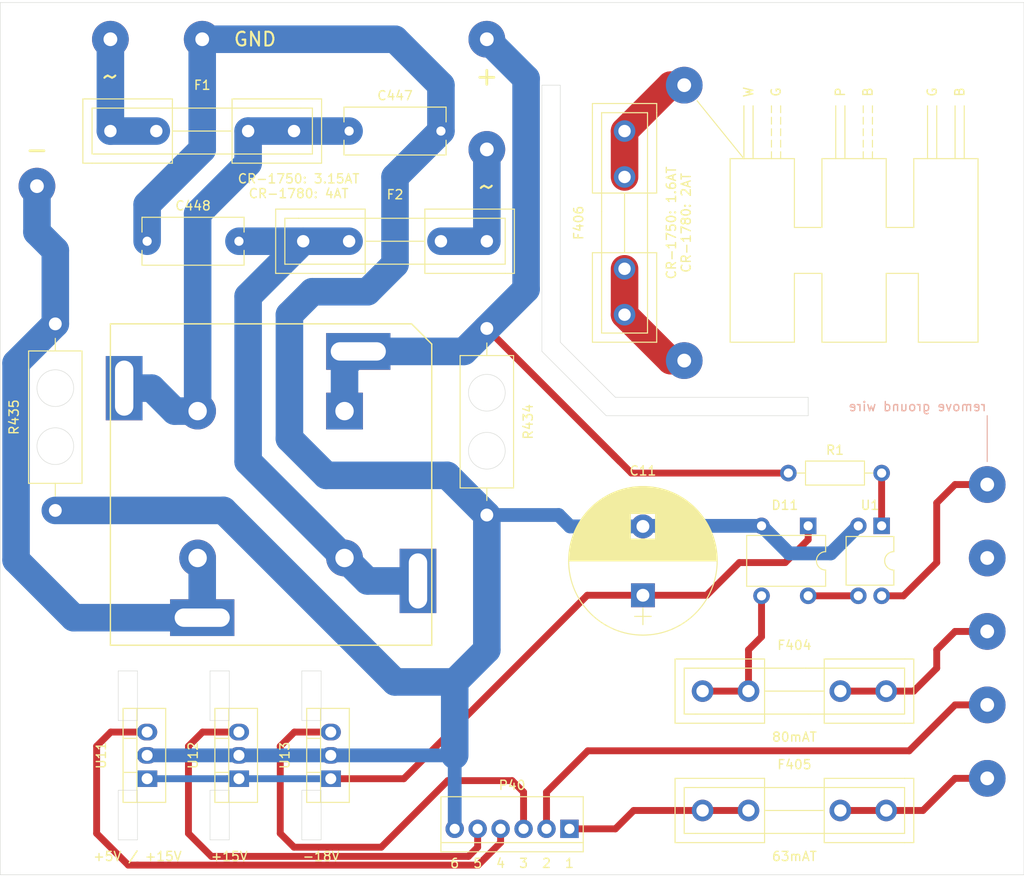
<source format=kicad_pcb>
(kicad_pcb (version 20171130) (host pcbnew "(5.1.7)-1")

  (general
    (thickness 1.6)
    (drawings 115)
    (tracks 140)
    (zones 0)
    (modules 36)
    (nets 23)
  )

  (page A4)
  (layers
    (0 F.Cu signal)
    (31 B.Cu signal)
    (32 B.Adhes user)
    (33 F.Adhes user)
    (34 B.Paste user)
    (35 F.Paste user)
    (36 B.SilkS user)
    (37 F.SilkS user)
    (38 B.Mask user)
    (39 F.Mask user)
    (40 Dwgs.User user hide)
    (41 Cmts.User user hide)
    (42 Eco1.User user)
    (43 Eco2.User user)
    (44 Edge.Cuts user)
    (45 Margin user)
    (46 B.CrtYd user)
    (47 F.CrtYd user)
    (48 B.Fab user hide)
    (49 F.Fab user hide)
  )

  (setup
    (last_trace_width 3)
    (user_trace_width 0.75)
    (user_trace_width 1.5)
    (user_trace_width 2)
    (user_trace_width 3)
    (user_trace_width 4)
    (trace_clearance 0.2)
    (zone_clearance 1.5)
    (zone_45_only yes)
    (trace_min 0.2)
    (via_size 0.8)
    (via_drill 0.4)
    (via_min_size 0.4)
    (via_min_drill 0.3)
    (uvia_size 0.3)
    (uvia_drill 0.1)
    (uvias_allowed no)
    (uvia_min_size 0.2)
    (uvia_min_drill 0.1)
    (edge_width 0.05)
    (segment_width 0.2)
    (pcb_text_width 0.3)
    (pcb_text_size 1.5 1.5)
    (mod_edge_width 0.12)
    (mod_text_size 1 1)
    (mod_text_width 0.15)
    (pad_size 1.8 2.2)
    (pad_drill 1.2)
    (pad_to_mask_clearance 0)
    (aux_axis_origin 0 0)
    (visible_elements 7FFFFF7F)
    (pcbplotparams
      (layerselection 0x010fc_ffffffff)
      (usegerberextensions true)
      (usegerberattributes true)
      (usegerberadvancedattributes false)
      (creategerberjobfile false)
      (excludeedgelayer true)
      (linewidth 0.100000)
      (plotframeref false)
      (viasonmask false)
      (mode 1)
      (useauxorigin false)
      (hpglpennumber 1)
      (hpglpenspeed 20)
      (hpglpendiameter 15.000000)
      (psnegative false)
      (psa4output false)
      (plotreference true)
      (plotvalue false)
      (plotinvisibletext false)
      (padsonsilk false)
      (subtractmaskfromsilk true)
      (outputformat 1)
      (mirror false)
      (drillshape 0)
      (scaleselection 1)
      (outputdirectory "gerber"))
  )

  (net 0 "")
  (net 1 "Net-(J2-Pad1)")
  (net 2 "Net-(F406-Pad2)")
  (net 3 "Net-(F406-Pad1)")
  (net 4 "Net-(C447-Pad1)")
  (net 5 "Net-(C448-Pad1)")
  (net 6 "Net-(F1-Pad2)")
  (net 7 "Net-(F2-Pad2)")
  (net 8 "Net-(R1-Pad1)")
  (net 9 "Net-(J1-Pad1)")
  (net 10 GND)
  (net 11 +15V)
  (net 12 -18V)
  (net 13 +5V|+15V)
  (net 14 +A)
  (net 15 -B)
  (net 16 +35V)
  (net 17 ~~25V-N)
  (net 18 ~~25V-L)
  (net 19 "Net-(F404-Pad2)")
  (net 20 "Net-(F405-Pad2)")
  (net 21 ~~3.3V-L)
  (net 22 ~~3.3V-N)

  (net_class Default "This is the default net class."
    (clearance 0.2)
    (trace_width 0.25)
    (via_dia 0.8)
    (via_drill 0.4)
    (uvia_dia 0.3)
    (uvia_drill 0.1)
    (add_net +15V)
    (add_net +35V)
    (add_net +5V|+15V)
    (add_net +A)
    (add_net -18V)
    (add_net -B)
    (add_net GND)
    (add_net "Net-(C447-Pad1)")
    (add_net "Net-(C448-Pad1)")
    (add_net "Net-(F1-Pad2)")
    (add_net "Net-(F2-Pad2)")
    (add_net "Net-(F404-Pad2)")
    (add_net "Net-(F405-Pad2)")
    (add_net "Net-(F406-Pad1)")
    (add_net "Net-(F406-Pad2)")
    (add_net "Net-(J1-Pad1)")
    (add_net "Net-(J2-Pad1)")
    (add_net "Net-(R1-Pad1)")
    (add_net ~~25V-L)
    (add_net ~~25V-N)
    (add_net ~~3.3V-L)
    (add_net ~~3.3V-N)
  )

  (module Capacitors_THT:CP_Radial_D16.0mm_P7.50mm (layer F.Cu) (tedit 618EEEC1) (tstamp 618BB628)
    (at 90 84.56 90)
    (descr "CP, Radial series, Radial, pin pitch=7.50mm, , diameter=16mm, Electrolytic Capacitor")
    (tags "CP Radial series Radial pin pitch 7.50mm  diameter 16mm Electrolytic Capacitor")
    (path /6127E058)
    (fp_text reference C11 (at 13.56 0 180) (layer F.SilkS)
      (effects (font (size 1 1) (thickness 0.15)))
    )
    (fp_text value 1000µF (at 2.5 7.56 90) (layer F.Fab)
      (effects (font (size 1 1) (thickness 0.15)))
    )
    (fp_line (start 12.1 -8.35) (end -4.6 -8.35) (layer F.CrtYd) (width 0.05))
    (fp_line (start 12.1 8.35) (end 12.1 -8.35) (layer F.CrtYd) (width 0.05))
    (fp_line (start -4.6 8.35) (end 12.1 8.35) (layer F.CrtYd) (width 0.05))
    (fp_line (start -4.6 -8.35) (end -4.6 8.35) (layer F.CrtYd) (width 0.05))
    (fp_line (start -2.3 -0.9) (end -2.3 0.9) (layer F.SilkS) (width 0.12))
    (fp_line (start -3.2 0) (end -1.4 0) (layer F.SilkS) (width 0.12))
    (fp_line (start 11.831 -0.363) (end 11.831 0.363) (layer F.SilkS) (width 0.12))
    (fp_line (start 11.791 -0.859) (end 11.791 0.859) (layer F.SilkS) (width 0.12))
    (fp_line (start 11.751 -1.164) (end 11.751 1.164) (layer F.SilkS) (width 0.12))
    (fp_line (start 11.711 -1.405) (end 11.711 1.405) (layer F.SilkS) (width 0.12))
    (fp_line (start 11.671 -1.61) (end 11.671 1.61) (layer F.SilkS) (width 0.12))
    (fp_line (start 11.631 -1.792) (end 11.631 1.792) (layer F.SilkS) (width 0.12))
    (fp_line (start 11.591 -1.956) (end 11.591 1.956) (layer F.SilkS) (width 0.12))
    (fp_line (start 11.551 -2.107) (end 11.551 2.107) (layer F.SilkS) (width 0.12))
    (fp_line (start 11.511 -2.248) (end 11.511 2.248) (layer F.SilkS) (width 0.12))
    (fp_line (start 11.471 -2.379) (end 11.471 2.379) (layer F.SilkS) (width 0.12))
    (fp_line (start 11.431 -2.503) (end 11.431 2.503) (layer F.SilkS) (width 0.12))
    (fp_line (start 11.391 -2.621) (end 11.391 2.621) (layer F.SilkS) (width 0.12))
    (fp_line (start 11.351 -2.733) (end 11.351 2.733) (layer F.SilkS) (width 0.12))
    (fp_line (start 11.311 -2.841) (end 11.311 2.841) (layer F.SilkS) (width 0.12))
    (fp_line (start 11.271 -2.943) (end 11.271 2.943) (layer F.SilkS) (width 0.12))
    (fp_line (start 11.231 -3.042) (end 11.231 3.042) (layer F.SilkS) (width 0.12))
    (fp_line (start 11.191 -3.138) (end 11.191 3.138) (layer F.SilkS) (width 0.12))
    (fp_line (start 11.151 -3.23) (end 11.151 3.23) (layer F.SilkS) (width 0.12))
    (fp_line (start 11.111 -3.319) (end 11.111 3.319) (layer F.SilkS) (width 0.12))
    (fp_line (start 11.071 -3.405) (end 11.071 3.405) (layer F.SilkS) (width 0.12))
    (fp_line (start 11.031 -3.489) (end 11.031 3.489) (layer F.SilkS) (width 0.12))
    (fp_line (start 10.991 -3.57) (end 10.991 3.57) (layer F.SilkS) (width 0.12))
    (fp_line (start 10.951 -3.649) (end 10.951 3.649) (layer F.SilkS) (width 0.12))
    (fp_line (start 10.911 -3.726) (end 10.911 3.726) (layer F.SilkS) (width 0.12))
    (fp_line (start 10.871 -3.802) (end 10.871 3.802) (layer F.SilkS) (width 0.12))
    (fp_line (start 10.831 -3.875) (end 10.831 3.875) (layer F.SilkS) (width 0.12))
    (fp_line (start 10.791 -3.946) (end 10.791 3.946) (layer F.SilkS) (width 0.12))
    (fp_line (start 10.751 -4.016) (end 10.751 4.016) (layer F.SilkS) (width 0.12))
    (fp_line (start 10.711 -4.084) (end 10.711 4.084) (layer F.SilkS) (width 0.12))
    (fp_line (start 10.671 -4.151) (end 10.671 4.151) (layer F.SilkS) (width 0.12))
    (fp_line (start 10.631 -4.217) (end 10.631 4.217) (layer F.SilkS) (width 0.12))
    (fp_line (start 10.591 -4.281) (end 10.591 4.281) (layer F.SilkS) (width 0.12))
    (fp_line (start 10.551 -4.343) (end 10.551 4.343) (layer F.SilkS) (width 0.12))
    (fp_line (start 10.511 -4.405) (end 10.511 4.405) (layer F.SilkS) (width 0.12))
    (fp_line (start 10.471 -4.465) (end 10.471 4.465) (layer F.SilkS) (width 0.12))
    (fp_line (start 10.431 -4.524) (end 10.431 4.524) (layer F.SilkS) (width 0.12))
    (fp_line (start 10.391 -4.582) (end 10.391 4.582) (layer F.SilkS) (width 0.12))
    (fp_line (start 10.351 -4.639) (end 10.351 4.639) (layer F.SilkS) (width 0.12))
    (fp_line (start 10.311 -4.695) (end 10.311 4.695) (layer F.SilkS) (width 0.12))
    (fp_line (start 10.271 -4.75) (end 10.271 4.75) (layer F.SilkS) (width 0.12))
    (fp_line (start 10.231 -4.804) (end 10.231 4.804) (layer F.SilkS) (width 0.12))
    (fp_line (start 10.191 -4.857) (end 10.191 4.857) (layer F.SilkS) (width 0.12))
    (fp_line (start 10.151 -4.909) (end 10.151 4.909) (layer F.SilkS) (width 0.12))
    (fp_line (start 10.111 -4.96) (end 10.111 4.96) (layer F.SilkS) (width 0.12))
    (fp_line (start 10.071 -5.011) (end 10.071 5.011) (layer F.SilkS) (width 0.12))
    (fp_line (start 10.031 -5.06) (end 10.031 5.06) (layer F.SilkS) (width 0.12))
    (fp_line (start 9.991 -5.109) (end 9.991 5.109) (layer F.SilkS) (width 0.12))
    (fp_line (start 9.951 -5.157) (end 9.951 5.157) (layer F.SilkS) (width 0.12))
    (fp_line (start 9.911 -5.205) (end 9.911 5.205) (layer F.SilkS) (width 0.12))
    (fp_line (start 9.871 -5.251) (end 9.871 5.251) (layer F.SilkS) (width 0.12))
    (fp_line (start 9.831 -5.297) (end 9.831 5.297) (layer F.SilkS) (width 0.12))
    (fp_line (start 9.791 -5.343) (end 9.791 5.343) (layer F.SilkS) (width 0.12))
    (fp_line (start 9.751 -5.387) (end 9.751 5.387) (layer F.SilkS) (width 0.12))
    (fp_line (start 9.711 -5.431) (end 9.711 5.431) (layer F.SilkS) (width 0.12))
    (fp_line (start 9.671 -5.474) (end 9.671 5.474) (layer F.SilkS) (width 0.12))
    (fp_line (start 9.631 -5.517) (end 9.631 5.517) (layer F.SilkS) (width 0.12))
    (fp_line (start 9.591 -5.559) (end 9.591 5.559) (layer F.SilkS) (width 0.12))
    (fp_line (start 9.551 -5.6) (end 9.551 5.6) (layer F.SilkS) (width 0.12))
    (fp_line (start 9.511 -5.641) (end 9.511 5.641) (layer F.SilkS) (width 0.12))
    (fp_line (start 9.471 -5.681) (end 9.471 5.681) (layer F.SilkS) (width 0.12))
    (fp_line (start 9.431 -5.721) (end 9.431 5.721) (layer F.SilkS) (width 0.12))
    (fp_line (start 9.391 -5.76) (end 9.391 5.76) (layer F.SilkS) (width 0.12))
    (fp_line (start 9.351 -5.799) (end 9.351 5.799) (layer F.SilkS) (width 0.12))
    (fp_line (start 9.311 -5.837) (end 9.311 5.837) (layer F.SilkS) (width 0.12))
    (fp_line (start 9.271 -5.875) (end 9.271 5.875) (layer F.SilkS) (width 0.12))
    (fp_line (start 9.231 -5.912) (end 9.231 5.912) (layer F.SilkS) (width 0.12))
    (fp_line (start 9.191 -5.948) (end 9.191 5.948) (layer F.SilkS) (width 0.12))
    (fp_line (start 9.151 -5.984) (end 9.151 5.984) (layer F.SilkS) (width 0.12))
    (fp_line (start 9.111 -6.02) (end 9.111 6.02) (layer F.SilkS) (width 0.12))
    (fp_line (start 9.071 -6.055) (end 9.071 6.055) (layer F.SilkS) (width 0.12))
    (fp_line (start 9.031 -6.09) (end 9.031 6.09) (layer F.SilkS) (width 0.12))
    (fp_line (start 8.991 -6.124) (end 8.991 6.124) (layer F.SilkS) (width 0.12))
    (fp_line (start 8.951 -6.158) (end 8.951 6.158) (layer F.SilkS) (width 0.12))
    (fp_line (start 8.911 -6.191) (end 8.911 6.191) (layer F.SilkS) (width 0.12))
    (fp_line (start 8.871 1.38) (end 8.871 6.224) (layer F.SilkS) (width 0.12))
    (fp_line (start 8.871 -6.224) (end 8.871 -1.38) (layer F.SilkS) (width 0.12))
    (fp_line (start 8.831 1.38) (end 8.831 6.257) (layer F.SilkS) (width 0.12))
    (fp_line (start 8.831 -6.257) (end 8.831 -1.38) (layer F.SilkS) (width 0.12))
    (fp_line (start 8.791 1.38) (end 8.791 6.289) (layer F.SilkS) (width 0.12))
    (fp_line (start 8.791 -6.289) (end 8.791 -1.38) (layer F.SilkS) (width 0.12))
    (fp_line (start 8.751 1.38) (end 8.751 6.32) (layer F.SilkS) (width 0.12))
    (fp_line (start 8.751 -6.32) (end 8.751 -1.38) (layer F.SilkS) (width 0.12))
    (fp_line (start 8.711 1.38) (end 8.711 6.352) (layer F.SilkS) (width 0.12))
    (fp_line (start 8.711 -6.352) (end 8.711 -1.38) (layer F.SilkS) (width 0.12))
    (fp_line (start 8.671 1.38) (end 8.671 6.382) (layer F.SilkS) (width 0.12))
    (fp_line (start 8.671 -6.382) (end 8.671 -1.38) (layer F.SilkS) (width 0.12))
    (fp_line (start 8.631 1.38) (end 8.631 6.413) (layer F.SilkS) (width 0.12))
    (fp_line (start 8.631 -6.413) (end 8.631 -1.38) (layer F.SilkS) (width 0.12))
    (fp_line (start 8.591 1.38) (end 8.591 6.443) (layer F.SilkS) (width 0.12))
    (fp_line (start 8.591 -6.443) (end 8.591 -1.38) (layer F.SilkS) (width 0.12))
    (fp_line (start 8.551 1.38) (end 8.551 6.473) (layer F.SilkS) (width 0.12))
    (fp_line (start 8.551 -6.473) (end 8.551 -1.38) (layer F.SilkS) (width 0.12))
    (fp_line (start 8.511 1.38) (end 8.511 6.502) (layer F.SilkS) (width 0.12))
    (fp_line (start 8.511 -6.502) (end 8.511 -1.38) (layer F.SilkS) (width 0.12))
    (fp_line (start 8.471 1.38) (end 8.471 6.531) (layer F.SilkS) (width 0.12))
    (fp_line (start 8.471 -6.531) (end 8.471 -1.38) (layer F.SilkS) (width 0.12))
    (fp_line (start 8.431 1.38) (end 8.431 6.559) (layer F.SilkS) (width 0.12))
    (fp_line (start 8.431 -6.559) (end 8.431 -1.38) (layer F.SilkS) (width 0.12))
    (fp_line (start 8.391 1.38) (end 8.391 6.588) (layer F.SilkS) (width 0.12))
    (fp_line (start 8.391 -6.588) (end 8.391 -1.38) (layer F.SilkS) (width 0.12))
    (fp_line (start 8.351 1.38) (end 8.351 6.615) (layer F.SilkS) (width 0.12))
    (fp_line (start 8.351 -6.615) (end 8.351 -1.38) (layer F.SilkS) (width 0.12))
    (fp_line (start 8.311 1.38) (end 8.311 6.643) (layer F.SilkS) (width 0.12))
    (fp_line (start 8.311 -6.643) (end 8.311 -1.38) (layer F.SilkS) (width 0.12))
    (fp_line (start 8.271 1.38) (end 8.271 6.67) (layer F.SilkS) (width 0.12))
    (fp_line (start 8.271 -6.67) (end 8.271 -1.38) (layer F.SilkS) (width 0.12))
    (fp_line (start 8.231 1.38) (end 8.231 6.697) (layer F.SilkS) (width 0.12))
    (fp_line (start 8.231 -6.697) (end 8.231 -1.38) (layer F.SilkS) (width 0.12))
    (fp_line (start 8.191 1.38) (end 8.191 6.723) (layer F.SilkS) (width 0.12))
    (fp_line (start 8.191 -6.723) (end 8.191 -1.38) (layer F.SilkS) (width 0.12))
    (fp_line (start 8.151 1.38) (end 8.151 6.749) (layer F.SilkS) (width 0.12))
    (fp_line (start 8.151 -6.749) (end 8.151 -1.38) (layer F.SilkS) (width 0.12))
    (fp_line (start 8.111 1.38) (end 8.111 6.775) (layer F.SilkS) (width 0.12))
    (fp_line (start 8.111 -6.775) (end 8.111 -1.38) (layer F.SilkS) (width 0.12))
    (fp_line (start 8.071 1.38) (end 8.071 6.801) (layer F.SilkS) (width 0.12))
    (fp_line (start 8.071 -6.801) (end 8.071 -1.38) (layer F.SilkS) (width 0.12))
    (fp_line (start 8.031 1.38) (end 8.031 6.826) (layer F.SilkS) (width 0.12))
    (fp_line (start 8.031 -6.826) (end 8.031 -1.38) (layer F.SilkS) (width 0.12))
    (fp_line (start 7.991 1.38) (end 7.991 6.85) (layer F.SilkS) (width 0.12))
    (fp_line (start 7.991 -6.85) (end 7.991 -1.38) (layer F.SilkS) (width 0.12))
    (fp_line (start 7.951 1.38) (end 7.951 6.875) (layer F.SilkS) (width 0.12))
    (fp_line (start 7.951 -6.875) (end 7.951 -1.38) (layer F.SilkS) (width 0.12))
    (fp_line (start 7.911 1.38) (end 7.911 6.899) (layer F.SilkS) (width 0.12))
    (fp_line (start 7.911 -6.899) (end 7.911 -1.38) (layer F.SilkS) (width 0.12))
    (fp_line (start 7.871 1.38) (end 7.871 6.923) (layer F.SilkS) (width 0.12))
    (fp_line (start 7.871 -6.923) (end 7.871 -1.38) (layer F.SilkS) (width 0.12))
    (fp_line (start 7.831 1.38) (end 7.831 6.946) (layer F.SilkS) (width 0.12))
    (fp_line (start 7.831 -6.946) (end 7.831 -1.38) (layer F.SilkS) (width 0.12))
    (fp_line (start 7.791 1.38) (end 7.791 6.97) (layer F.SilkS) (width 0.12))
    (fp_line (start 7.791 -6.97) (end 7.791 -1.38) (layer F.SilkS) (width 0.12))
    (fp_line (start 7.751 1.38) (end 7.751 6.992) (layer F.SilkS) (width 0.12))
    (fp_line (start 7.751 -6.992) (end 7.751 -1.38) (layer F.SilkS) (width 0.12))
    (fp_line (start 7.711 1.38) (end 7.711 7.015) (layer F.SilkS) (width 0.12))
    (fp_line (start 7.711 -7.015) (end 7.711 -1.38) (layer F.SilkS) (width 0.12))
    (fp_line (start 7.671 1.38) (end 7.671 7.037) (layer F.SilkS) (width 0.12))
    (fp_line (start 7.671 -7.037) (end 7.671 -1.38) (layer F.SilkS) (width 0.12))
    (fp_line (start 7.631 1.38) (end 7.631 7.059) (layer F.SilkS) (width 0.12))
    (fp_line (start 7.631 -7.059) (end 7.631 -1.38) (layer F.SilkS) (width 0.12))
    (fp_line (start 7.591 1.38) (end 7.591 7.081) (layer F.SilkS) (width 0.12))
    (fp_line (start 7.591 -7.081) (end 7.591 -1.38) (layer F.SilkS) (width 0.12))
    (fp_line (start 7.551 1.38) (end 7.551 7.102) (layer F.SilkS) (width 0.12))
    (fp_line (start 7.551 -7.102) (end 7.551 -1.38) (layer F.SilkS) (width 0.12))
    (fp_line (start 7.511 1.38) (end 7.511 7.124) (layer F.SilkS) (width 0.12))
    (fp_line (start 7.511 -7.124) (end 7.511 -1.38) (layer F.SilkS) (width 0.12))
    (fp_line (start 7.471 1.38) (end 7.471 7.144) (layer F.SilkS) (width 0.12))
    (fp_line (start 7.471 -7.144) (end 7.471 -1.38) (layer F.SilkS) (width 0.12))
    (fp_line (start 7.431 1.38) (end 7.431 7.165) (layer F.SilkS) (width 0.12))
    (fp_line (start 7.431 -7.165) (end 7.431 -1.38) (layer F.SilkS) (width 0.12))
    (fp_line (start 7.391 1.38) (end 7.391 7.185) (layer F.SilkS) (width 0.12))
    (fp_line (start 7.391 -7.185) (end 7.391 -1.38) (layer F.SilkS) (width 0.12))
    (fp_line (start 7.351 1.38) (end 7.351 7.205) (layer F.SilkS) (width 0.12))
    (fp_line (start 7.351 -7.205) (end 7.351 -1.38) (layer F.SilkS) (width 0.12))
    (fp_line (start 7.311 1.38) (end 7.311 7.225) (layer F.SilkS) (width 0.12))
    (fp_line (start 7.311 -7.225) (end 7.311 -1.38) (layer F.SilkS) (width 0.12))
    (fp_line (start 7.271 1.38) (end 7.271 7.245) (layer F.SilkS) (width 0.12))
    (fp_line (start 7.271 -7.245) (end 7.271 -1.38) (layer F.SilkS) (width 0.12))
    (fp_line (start 7.231 1.38) (end 7.231 7.264) (layer F.SilkS) (width 0.12))
    (fp_line (start 7.231 -7.264) (end 7.231 -1.38) (layer F.SilkS) (width 0.12))
    (fp_line (start 7.191 1.38) (end 7.191 7.283) (layer F.SilkS) (width 0.12))
    (fp_line (start 7.191 -7.283) (end 7.191 -1.38) (layer F.SilkS) (width 0.12))
    (fp_line (start 7.151 1.38) (end 7.151 7.301) (layer F.SilkS) (width 0.12))
    (fp_line (start 7.151 -7.301) (end 7.151 -1.38) (layer F.SilkS) (width 0.12))
    (fp_line (start 7.111 1.38) (end 7.111 7.32) (layer F.SilkS) (width 0.12))
    (fp_line (start 7.111 -7.32) (end 7.111 -1.38) (layer F.SilkS) (width 0.12))
    (fp_line (start 7.071 1.38) (end 7.071 7.338) (layer F.SilkS) (width 0.12))
    (fp_line (start 7.071 -7.338) (end 7.071 -1.38) (layer F.SilkS) (width 0.12))
    (fp_line (start 7.031 1.38) (end 7.031 7.356) (layer F.SilkS) (width 0.12))
    (fp_line (start 7.031 -7.356) (end 7.031 -1.38) (layer F.SilkS) (width 0.12))
    (fp_line (start 6.991 1.38) (end 6.991 7.373) (layer F.SilkS) (width 0.12))
    (fp_line (start 6.991 -7.373) (end 6.991 -1.38) (layer F.SilkS) (width 0.12))
    (fp_line (start 6.951 1.38) (end 6.951 7.391) (layer F.SilkS) (width 0.12))
    (fp_line (start 6.951 -7.391) (end 6.951 -1.38) (layer F.SilkS) (width 0.12))
    (fp_line (start 6.911 1.38) (end 6.911 7.408) (layer F.SilkS) (width 0.12))
    (fp_line (start 6.911 -7.408) (end 6.911 -1.38) (layer F.SilkS) (width 0.12))
    (fp_line (start 6.871 1.38) (end 6.871 7.425) (layer F.SilkS) (width 0.12))
    (fp_line (start 6.871 -7.425) (end 6.871 -1.38) (layer F.SilkS) (width 0.12))
    (fp_line (start 6.831 1.38) (end 6.831 7.441) (layer F.SilkS) (width 0.12))
    (fp_line (start 6.831 -7.441) (end 6.831 -1.38) (layer F.SilkS) (width 0.12))
    (fp_line (start 6.791 1.38) (end 6.791 7.458) (layer F.SilkS) (width 0.12))
    (fp_line (start 6.791 -7.458) (end 6.791 -1.38) (layer F.SilkS) (width 0.12))
    (fp_line (start 6.751 1.38) (end 6.751 7.474) (layer F.SilkS) (width 0.12))
    (fp_line (start 6.751 -7.474) (end 6.751 -1.38) (layer F.SilkS) (width 0.12))
    (fp_line (start 6.711 1.38) (end 6.711 7.49) (layer F.SilkS) (width 0.12))
    (fp_line (start 6.711 -7.49) (end 6.711 -1.38) (layer F.SilkS) (width 0.12))
    (fp_line (start 6.671 1.38) (end 6.671 7.505) (layer F.SilkS) (width 0.12))
    (fp_line (start 6.671 -7.505) (end 6.671 -1.38) (layer F.SilkS) (width 0.12))
    (fp_line (start 6.631 1.38) (end 6.631 7.521) (layer F.SilkS) (width 0.12))
    (fp_line (start 6.631 -7.521) (end 6.631 -1.38) (layer F.SilkS) (width 0.12))
    (fp_line (start 6.591 1.38) (end 6.591 7.536) (layer F.SilkS) (width 0.12))
    (fp_line (start 6.591 -7.536) (end 6.591 -1.38) (layer F.SilkS) (width 0.12))
    (fp_line (start 6.551 1.38) (end 6.551 7.55) (layer F.SilkS) (width 0.12))
    (fp_line (start 6.551 -7.55) (end 6.551 -1.38) (layer F.SilkS) (width 0.12))
    (fp_line (start 6.511 1.38) (end 6.511 7.565) (layer F.SilkS) (width 0.12))
    (fp_line (start 6.511 -7.565) (end 6.511 -1.38) (layer F.SilkS) (width 0.12))
    (fp_line (start 6.471 1.38) (end 6.471 7.58) (layer F.SilkS) (width 0.12))
    (fp_line (start 6.471 -7.58) (end 6.471 -1.38) (layer F.SilkS) (width 0.12))
    (fp_line (start 6.431 1.38) (end 6.431 7.594) (layer F.SilkS) (width 0.12))
    (fp_line (start 6.431 -7.594) (end 6.431 -1.38) (layer F.SilkS) (width 0.12))
    (fp_line (start 6.391 1.38) (end 6.391 7.608) (layer F.SilkS) (width 0.12))
    (fp_line (start 6.391 -7.608) (end 6.391 -1.38) (layer F.SilkS) (width 0.12))
    (fp_line (start 6.351 1.38) (end 6.351 7.621) (layer F.SilkS) (width 0.12))
    (fp_line (start 6.351 -7.621) (end 6.351 -1.38) (layer F.SilkS) (width 0.12))
    (fp_line (start 6.311 1.38) (end 6.311 7.635) (layer F.SilkS) (width 0.12))
    (fp_line (start 6.311 -7.635) (end 6.311 -1.38) (layer F.SilkS) (width 0.12))
    (fp_line (start 6.271 1.38) (end 6.271 7.648) (layer F.SilkS) (width 0.12))
    (fp_line (start 6.271 -7.648) (end 6.271 -1.38) (layer F.SilkS) (width 0.12))
    (fp_line (start 6.231 1.38) (end 6.231 7.661) (layer F.SilkS) (width 0.12))
    (fp_line (start 6.231 -7.661) (end 6.231 -1.38) (layer F.SilkS) (width 0.12))
    (fp_line (start 6.191 1.38) (end 6.191 7.674) (layer F.SilkS) (width 0.12))
    (fp_line (start 6.191 -7.674) (end 6.191 -1.38) (layer F.SilkS) (width 0.12))
    (fp_line (start 6.151 1.38) (end 6.151 7.686) (layer F.SilkS) (width 0.12))
    (fp_line (start 6.151 -7.686) (end 6.151 -1.38) (layer F.SilkS) (width 0.12))
    (fp_line (start 6.111 -7.699) (end 6.111 7.699) (layer F.SilkS) (width 0.12))
    (fp_line (start 6.071 -7.711) (end 6.071 7.711) (layer F.SilkS) (width 0.12))
    (fp_line (start 6.031 -7.723) (end 6.031 7.723) (layer F.SilkS) (width 0.12))
    (fp_line (start 5.991 -7.734) (end 5.991 7.734) (layer F.SilkS) (width 0.12))
    (fp_line (start 5.951 -7.746) (end 5.951 7.746) (layer F.SilkS) (width 0.12))
    (fp_line (start 5.911 -7.757) (end 5.911 7.757) (layer F.SilkS) (width 0.12))
    (fp_line (start 5.871 -7.768) (end 5.871 7.768) (layer F.SilkS) (width 0.12))
    (fp_line (start 5.831 -7.779) (end 5.831 7.779) (layer F.SilkS) (width 0.12))
    (fp_line (start 5.791 -7.789) (end 5.791 7.789) (layer F.SilkS) (width 0.12))
    (fp_line (start 5.751 -7.799) (end 5.751 7.799) (layer F.SilkS) (width 0.12))
    (fp_line (start 5.711 -7.809) (end 5.711 7.809) (layer F.SilkS) (width 0.12))
    (fp_line (start 5.671 -7.819) (end 5.671 7.819) (layer F.SilkS) (width 0.12))
    (fp_line (start 5.631 -7.829) (end 5.631 7.829) (layer F.SilkS) (width 0.12))
    (fp_line (start 5.591 -7.838) (end 5.591 7.838) (layer F.SilkS) (width 0.12))
    (fp_line (start 5.551 -7.848) (end 5.551 7.848) (layer F.SilkS) (width 0.12))
    (fp_line (start 5.511 -7.857) (end 5.511 7.857) (layer F.SilkS) (width 0.12))
    (fp_line (start 5.471 -7.866) (end 5.471 7.866) (layer F.SilkS) (width 0.12))
    (fp_line (start 5.431 -7.874) (end 5.431 7.874) (layer F.SilkS) (width 0.12))
    (fp_line (start 5.391 -7.883) (end 5.391 7.883) (layer F.SilkS) (width 0.12))
    (fp_line (start 5.351 -7.891) (end 5.351 7.891) (layer F.SilkS) (width 0.12))
    (fp_line (start 5.311 -7.899) (end 5.311 7.899) (layer F.SilkS) (width 0.12))
    (fp_line (start 5.271 -7.906) (end 5.271 7.906) (layer F.SilkS) (width 0.12))
    (fp_line (start 5.231 -7.914) (end 5.231 7.914) (layer F.SilkS) (width 0.12))
    (fp_line (start 5.191 -7.921) (end 5.191 7.921) (layer F.SilkS) (width 0.12))
    (fp_line (start 5.151 -7.928) (end 5.151 7.928) (layer F.SilkS) (width 0.12))
    (fp_line (start 5.111 -7.935) (end 5.111 7.935) (layer F.SilkS) (width 0.12))
    (fp_line (start 5.071 -7.942) (end 5.071 7.942) (layer F.SilkS) (width 0.12))
    (fp_line (start 5.031 -7.949) (end 5.031 7.949) (layer F.SilkS) (width 0.12))
    (fp_line (start 4.991 -7.955) (end 4.991 7.955) (layer F.SilkS) (width 0.12))
    (fp_line (start 4.951 -7.961) (end 4.951 7.961) (layer F.SilkS) (width 0.12))
    (fp_line (start 4.911 -7.967) (end 4.911 7.967) (layer F.SilkS) (width 0.12))
    (fp_line (start 4.871 -7.973) (end 4.871 7.973) (layer F.SilkS) (width 0.12))
    (fp_line (start 4.831 -7.978) (end 4.831 7.978) (layer F.SilkS) (width 0.12))
    (fp_line (start 4.791 -7.983) (end 4.791 7.983) (layer F.SilkS) (width 0.12))
    (fp_line (start 4.751 -7.988) (end 4.751 7.988) (layer F.SilkS) (width 0.12))
    (fp_line (start 4.711 -7.993) (end 4.711 7.993) (layer F.SilkS) (width 0.12))
    (fp_line (start 4.671 -7.998) (end 4.671 7.998) (layer F.SilkS) (width 0.12))
    (fp_line (start 4.631 -8.002) (end 4.631 8.002) (layer F.SilkS) (width 0.12))
    (fp_line (start 4.591 -8.007) (end 4.591 8.007) (layer F.SilkS) (width 0.12))
    (fp_line (start 4.551 -8.011) (end 4.551 8.011) (layer F.SilkS) (width 0.12))
    (fp_line (start 4.511 -8.015) (end 4.511 8.015) (layer F.SilkS) (width 0.12))
    (fp_line (start 4.471 -8.018) (end 4.471 8.018) (layer F.SilkS) (width 0.12))
    (fp_line (start 4.43 -8.022) (end 4.43 8.022) (layer F.SilkS) (width 0.12))
    (fp_line (start 4.39 -8.025) (end 4.39 8.025) (layer F.SilkS) (width 0.12))
    (fp_line (start 4.35 -8.028) (end 4.35 8.028) (layer F.SilkS) (width 0.12))
    (fp_line (start 4.31 -8.031) (end 4.31 8.031) (layer F.SilkS) (width 0.12))
    (fp_line (start 4.27 -8.034) (end 4.27 8.034) (layer F.SilkS) (width 0.12))
    (fp_line (start 4.23 -8.036) (end 4.23 8.036) (layer F.SilkS) (width 0.12))
    (fp_line (start 4.19 -8.039) (end 4.19 8.039) (layer F.SilkS) (width 0.12))
    (fp_line (start 4.15 -8.041) (end 4.15 8.041) (layer F.SilkS) (width 0.12))
    (fp_line (start 4.11 -8.042) (end 4.11 8.042) (layer F.SilkS) (width 0.12))
    (fp_line (start 4.07 -8.044) (end 4.07 8.044) (layer F.SilkS) (width 0.12))
    (fp_line (start 4.03 -8.046) (end 4.03 8.046) (layer F.SilkS) (width 0.12))
    (fp_line (start 3.99 -8.047) (end 3.99 8.047) (layer F.SilkS) (width 0.12))
    (fp_line (start 3.95 -8.048) (end 3.95 8.048) (layer F.SilkS) (width 0.12))
    (fp_line (start 3.91 -8.049) (end 3.91 8.049) (layer F.SilkS) (width 0.12))
    (fp_line (start 3.87 -8.05) (end 3.87 8.05) (layer F.SilkS) (width 0.12))
    (fp_line (start 3.83 -8.05) (end 3.83 8.05) (layer F.SilkS) (width 0.12))
    (fp_line (start 3.79 -8.05) (end 3.79 8.05) (layer F.SilkS) (width 0.12))
    (fp_line (start 3.75 -8.051) (end 3.75 8.051) (layer F.SilkS) (width 0.12))
    (fp_line (start -2.3 -0.9) (end -2.3 0.9) (layer F.Fab) (width 0.1))
    (fp_line (start -3.2 0) (end -1.4 0) (layer F.Fab) (width 0.1))
    (fp_circle (center 3.75 0) (end 11.84 0) (layer F.SilkS) (width 0.12))
    (fp_circle (center 3.75 0) (end 11.75 0) (layer F.Fab) (width 0.1))
    (fp_text user %R (at 2.5 0 90) (layer F.Fab)
      (effects (font (size 1 1) (thickness 0.15)))
    )
    (pad 1 thru_hole rect (at 0 0 90) (size 2.6 2.6) (drill 1.4) (layers *.Cu *.Mask)
      (net 16 +35V))
    (pad 2 thru_hole circle (at 7.5 0 90) (size 2.6 2.6) (drill 1.4) (layers *.Cu *.Mask)
      (net 10 GND))
    (model ${KISYS3DMOD}/Capacitors_THT.3dshapes/CP_Radial_D16.0mm_P7.50mm.wrl
      (at (xyz 0 0 0))
      (scale (xyz 1 1 1))
      (rotate (xyz 0 0 0))
    )
  )

  (module Mounting_Holes:MountingHole_4mm (layer F.Cu) (tedit 56D1B4CB) (tstamp 6102BC29)
    (at 126.5 24)
    (descr "Mounting Hole 4mm, no annular")
    (tags "mounting hole 4mm no annular")
    (path /611CCA76)
    (attr virtual)
    (fp_text reference H2 (at 0 -5) (layer F.SilkS) hide
      (effects (font (size 1 1) (thickness 0.15)))
    )
    (fp_text value MountingHole (at 0 5) (layer F.Fab)
      (effects (font (size 1 1) (thickness 0.15)))
    )
    (fp_circle (center 0 0) (end 4 0) (layer Cmts.User) (width 0.15))
    (fp_circle (center 0 0) (end 4.25 0) (layer F.CrtYd) (width 0.05))
    (fp_text user %R (at 0.3 0) (layer F.Fab)
      (effects (font (size 1 1) (thickness 0.15)))
    )
    (pad 1 np_thru_hole circle (at 0 0) (size 4 4) (drill 4) (layers *.Cu *.Mask))
  )

  (module Mounting_Holes:MountingHole_4mm (layer F.Cu) (tedit 56D1B4CB) (tstamp 6102BC26)
    (at 25 24)
    (descr "Mounting Hole 4mm, no annular")
    (tags "mounting hole 4mm no annular")
    (path /611CD1BD)
    (attr virtual)
    (fp_text reference H1 (at 0 -5) (layer F.SilkS) hide
      (effects (font (size 1 1) (thickness 0.15)))
    )
    (fp_text value MountingHole (at 0 5) (layer F.Fab)
      (effects (font (size 1 1) (thickness 0.15)))
    )
    (fp_circle (center 0 0) (end 4 0) (layer Cmts.User) (width 0.15))
    (fp_circle (center 0 0) (end 4.25 0) (layer F.CrtYd) (width 0.05))
    (fp_text user %R (at 0.3 0) (layer F.Fab)
      (effects (font (size 1 1) (thickness 0.15)))
    )
    (pad 1 np_thru_hole circle (at 0 0) (size 4 4) (drill 4) (layers *.Cu *.Mask))
  )

  (module Mounting_Holes:MountingHole_4mm (layer F.Cu) (tedit 56D1B4CB) (tstamp 6102BC2C)
    (at 25 111)
    (descr "Mounting Hole 4mm, no annular")
    (tags "mounting hole 4mm no annular")
    (path /611CBAF1)
    (attr virtual)
    (fp_text reference H3 (at 0 -5) (layer F.SilkS) hide
      (effects (font (size 1 1) (thickness 0.15)))
    )
    (fp_text value MountingHole (at 0 5) (layer F.Fab)
      (effects (font (size 1 1) (thickness 0.15)))
    )
    (fp_circle (center 0 0) (end 4 0) (layer Cmts.User) (width 0.15))
    (fp_circle (center 0 0) (end 4.25 0) (layer F.CrtYd) (width 0.05))
    (fp_text user %R (at 0.3 0) (layer F.Fab)
      (effects (font (size 1 1) (thickness 0.15)))
    )
    (pad 1 np_thru_hole circle (at 0 0) (size 4 4) (drill 4) (layers *.Cu *.Mask))
  )

  (module Mounting_Holes:MountingHole_4mm (layer F.Cu) (tedit 56D1B4CB) (tstamp 6102BC2F)
    (at 126.5 111)
    (descr "Mounting Hole 4mm, no annular")
    (tags "mounting hole 4mm no annular")
    (path /611CB463)
    (attr virtual)
    (fp_text reference H4 (at 0 -5) (layer F.SilkS) hide
      (effects (font (size 1 1) (thickness 0.15)))
    )
    (fp_text value MountingHole (at 0 5) (layer F.Fab)
      (effects (font (size 1 1) (thickness 0.15)))
    )
    (fp_circle (center 0 0) (end 4 0) (layer Cmts.User) (width 0.15))
    (fp_circle (center 0 0) (end 4.25 0) (layer F.CrtYd) (width 0.05))
    (fp_text user %R (at 0.3 0) (layer F.Fab)
      (effects (font (size 1 1) (thickness 0.15)))
    )
    (pad 1 np_thru_hole circle (at 0 0) (size 4 4) (drill 4) (layers *.Cu *.Mask))
  )

  (module dual_cr1750_power-supply:Diode_Bridge (layer F.Cu) (tedit 6127A4E4) (tstamp 61033580)
    (at 32 90 90)
    (descr "Single phase bridge rectifier case 15.7x15.7")
    (tags "Diode Bridge")
    (path /6122FCD6)
    (fp_text reference D1 (at -0.25 -3.65 90) (layer F.SilkS) hide
      (effects (font (size 1 1) (thickness 0.15)))
    )
    (fp_text value VS-KBPC804 (at 5.1 14.7 90) (layer F.Fab)
      (effects (font (size 1 1) (thickness 0.15)))
    )
    (fp_line (start 0 35) (end 0 0) (layer F.SilkS) (width 0.15))
    (fp_line (start 0 0) (end 35 0) (layer F.SilkS) (width 0.15))
    (fp_line (start 32.8 35) (end 0 35) (layer F.SilkS) (width 0.15))
    (fp_line (start 35 32.8) (end 32.8 35) (layer F.SilkS) (width 0.15))
    (fp_line (start 35 0) (end 35 32.8) (layer F.SilkS) (width 0.15))
    (fp_line (start 26.25 9.55) (end 26.25 23.9) (layer F.CrtYd) (width 0.05))
    (fp_line (start 9.55 9.55) (end 26.25 9.55) (layer F.CrtYd) (width 0.05))
    (fp_line (start 9.55 26.25) (end 9.55 9.55) (layer F.CrtYd) (width 0.05))
    (fp_line (start 23.9 26.25) (end 9.55 26.25) (layer F.CrtYd) (width 0.05))
    (fp_line (start 26.25 23.9) (end 23.9 26.25) (layer F.CrtYd) (width 0.05))
    (fp_line (start 15 14) (end 14 14) (layer F.Fab) (width 0.1))
    (fp_line (start 22 21) (end 22 22) (layer F.Fab) (width 0.1))
    (fp_line (start 21.5 21.5) (end 22.5 21.5) (layer F.Fab) (width 0.1))
    (fp_text user %R (at 5.7 5.423 90) (layer F.Fab)
      (effects (font (size 1 1) (thickness 0.15)))
    )
    (fp_arc (start 21.7 14.25) (end 21.35 14.05) (angle 100) (layer F.Fab) (width 0.1))
    (fp_arc (start 22.25 13.7) (end 22.55 13.95) (angle 100) (layer F.Fab) (width 0.1))
    (fp_arc (start 14.75 21.2) (end 15.05 21.45) (angle 100) (layer F.Fab) (width 0.1))
    (fp_arc (start 14.2 21.75) (end 13.85 21.55) (angle 100) (layer F.Fab) (width 0.1))
    (pad 2 thru_hole rect (at 7 33.5 270) (size 7 4) (drill oval 6 2) (layers B.Cu B.Mask)
      (net 5 "Net-(C448-Pad1)"))
    (pad 3 thru_hole rect (at 32 27 180) (size 7 4) (drill oval 6 2) (layers B.Cu B.Mask)
      (net 14 +A))
    (pad 4 thru_hole rect (at 28 1.5 270) (size 7 4) (drill oval 6 2) (layers B.Cu B.Mask)
      (net 4 "Net-(C447-Pad1)"))
    (pad 1 thru_hole rect (at 3 10 180) (size 7 4) (drill oval 6 2) (layers B.Cu B.Mask)
      (net 15 -B))
    (pad 1 thru_hole circle (at 9.5 9.5 90) (size 4 4) (drill 2) (layers B.Cu B.Mask)
      (net 15 -B))
    (pad 2 thru_hole circle (at 9.5 25.5 90) (size 4 4) (drill 2) (layers B.Cu B.Mask)
      (net 5 "Net-(C448-Pad1)"))
    (pad 3 thru_hole rect (at 25.5 25.5 90) (size 4 4) (drill 2) (layers B.Cu B.Mask)
      (net 14 +A))
    (pad 4 thru_hole circle (at 25.5 9.5 90) (size 4 4) (drill 2) (layers B.Cu B.Mask)
      (net 4 "Net-(C447-Pad1)"))
  )

  (module Diodes_THT:Diode_Bridge_DIP-4_W7.62mm_P5.08mm (layer F.Cu) (tedit 618EEF58) (tstamp 6124183D)
    (at 108 77 270)
    (descr "4-lead dip package for diode bridges, row spacing 7.62 mm (300 mils), see http://cdn-reichelt.de/documents/datenblatt/A400/HDBL101G_20SERIES-TSC.pdf")
    (tags "DIL DIP PDIP 5.08mm 7.62mm 300mil")
    (path /6125166B)
    (fp_text reference D11 (at -2.25 2.54 180) (layer F.SilkS)
      (effects (font (size 1 1) (thickness 0.15)))
    )
    (fp_text value B380C800DM (at 3.8 7.8 90) (layer F.Fab)
      (effects (font (size 1 1) (thickness 0.15)))
    )
    (fp_line (start 8.67 6.85) (end -1.05 6.85) (layer F.CrtYd) (width 0.05))
    (fp_line (start 8.67 6.85) (end 8.67 -2.05) (layer F.CrtYd) (width 0.05))
    (fp_line (start -1.05 -2.05) (end -1.05 6.85) (layer F.CrtYd) (width 0.05))
    (fp_line (start -1.05 -2.05) (end 8.67 -2.05) (layer F.CrtYd) (width 0.05))
    (fp_line (start 1.635 -1.8) (end 6.985 -1.8) (layer F.Fab) (width 0.1))
    (fp_line (start 6.985 -1.8) (end 6.985 6.6) (layer F.Fab) (width 0.1))
    (fp_line (start 6.985 6.6) (end 0.635 6.6) (layer F.Fab) (width 0.1))
    (fp_line (start 0.635 6.6) (end 0.635 -0.8) (layer F.Fab) (width 0.1))
    (fp_line (start 0.635 -0.8) (end 1.635 -1.8) (layer F.Fab) (width 0.1))
    (fp_line (start 2.81 -1.9) (end 1.04 -1.9) (layer F.SilkS) (width 0.12))
    (fp_line (start 1.04 -1.9) (end 1.04 6.7) (layer F.SilkS) (width 0.12))
    (fp_line (start 1.04 6.7) (end 6.58 6.7) (layer F.SilkS) (width 0.12))
    (fp_line (start 6.58 6.7) (end 6.58 -1.9) (layer F.SilkS) (width 0.12))
    (fp_line (start 6.58 -1.9) (end 4.81 -1.9) (layer F.SilkS) (width 0.12))
    (fp_text user %R (at 3.81 2.54 90) (layer F.Fab)
      (effects (font (size 1 1) (thickness 0.15)))
    )
    (fp_arc (start 3.81 -1.9) (end 2.81 -1.9) (angle -180) (layer F.SilkS) (width 0.12))
    (pad 4 thru_hole oval (at 7.62 0 270) (size 1.8 1.8) (drill 1) (layers *.Cu *.Mask)
      (net 17 ~~25V-N))
    (pad 2 thru_hole oval (at 0 5.08 270) (size 1.8 1.8) (drill 1) (layers *.Cu *.Mask)
      (net 10 GND))
    (pad 3 thru_hole oval (at 7.62 5.08 270) (size 1.8 1.8) (drill 1) (layers *.Cu *.Mask)
      (net 18 ~~25V-L))
    (pad 1 thru_hole rect (at 0 0 270) (size 1.8 1.8) (drill 1) (layers *.Cu *.Mask)
      (net 16 +35V))
    (model ${KISYS3DMOD}/Diodes_THT.3dshapes/Diode_Bridge_DIP-4_W7.62mm_P5.08mm.wrl
      (at (xyz 0 0 0))
      (scale (xyz 1 1 1))
      (rotate (xyz 0 0 0))
    )
  )

  (module TO_SOT_Packages_THT:TO-220-3_Vertical (layer F.Cu) (tedit 618EEFC3) (tstamp 612400C9)
    (at 56 104.54 90)
    (descr "TO-220-3, Vertical, RM 2.54mm")
    (tags "TO-220-3 Vertical RM 2.54mm")
    (path /61244A2F)
    (fp_text reference U13 (at 2.54 -5 90) (layer F.SilkS)
      (effects (font (size 1 1) (thickness 0.15)))
    )
    (fp_text value Conn_01x03 (at 2.54 3.92 90) (layer F.Fab)
      (effects (font (size 1 1) (thickness 0.15)))
    )
    (fp_line (start -2.46 -2.5) (end -2.46 1.9) (layer F.Fab) (width 0.1))
    (fp_line (start -2.46 1.9) (end 7.54 1.9) (layer F.Fab) (width 0.1))
    (fp_line (start 7.54 1.9) (end 7.54 -2.5) (layer F.Fab) (width 0.1))
    (fp_line (start 7.54 -2.5) (end -2.46 -2.5) (layer F.Fab) (width 0.1))
    (fp_line (start -2.46 -1.23) (end 7.54 -1.23) (layer F.Fab) (width 0.1))
    (fp_line (start 0.69 -2.5) (end 0.69 -1.23) (layer F.Fab) (width 0.1))
    (fp_line (start 4.39 -2.5) (end 4.39 -1.23) (layer F.Fab) (width 0.1))
    (fp_line (start -2.58 -2.62) (end 7.66 -2.62) (layer F.SilkS) (width 0.12))
    (fp_line (start -2.58 2.021) (end 7.66 2.021) (layer F.SilkS) (width 0.12))
    (fp_line (start -2.58 -2.62) (end -2.58 2.021) (layer F.SilkS) (width 0.12))
    (fp_line (start 7.66 -2.62) (end 7.66 2.021) (layer F.SilkS) (width 0.12))
    (fp_line (start -2.58 -1.11) (end 7.66 -1.11) (layer F.SilkS) (width 0.12))
    (fp_line (start 0.69 -2.62) (end 0.69 -1.11) (layer F.SilkS) (width 0.12))
    (fp_line (start 4.391 -2.62) (end 4.391 -1.11) (layer F.SilkS) (width 0.12))
    (fp_line (start -2.71 -2.75) (end -2.71 2.16) (layer F.CrtYd) (width 0.05))
    (fp_line (start -2.71 2.16) (end 7.79 2.16) (layer F.CrtYd) (width 0.05))
    (fp_line (start 7.79 2.16) (end 7.79 -2.75) (layer F.CrtYd) (width 0.05))
    (fp_line (start 7.79 -2.75) (end -2.71 -2.75) (layer F.CrtYd) (width 0.05))
    (fp_text user %R (at 2.54 -3.62 90) (layer F.Fab)
      (effects (font (size 1 1) (thickness 0.15)))
    )
    (pad 1 thru_hole rect (at 0 0 90) (size 1.8 2.2) (drill 1.2) (layers *.Cu *.Mask)
      (net 16 +35V))
    (pad 2 thru_hole oval (at 2.54 0 90) (size 1.8 2.2) (drill 1.2) (layers *.Cu *.Mask)
      (net 10 GND))
    (pad 3 thru_hole oval (at 5.08 0 90) (size 1.8 2.2) (drill 1.2) (layers *.Cu *.Mask)
      (net 12 -18V))
    (model ${KISYS3DMOD}/TO_SOT_Packages_THT.3dshapes/TO-220-3_Vertical.wrl
      (offset (xyz 2.539999961853027 0 0))
      (scale (xyz 0.393701 0.393701 0.393701))
      (rotate (xyz 0 0 0))
    )
    (model C:/Users/Yannick/Desktop/dual_cr1750_charge_pump/dual_cr1750_charge_pump.step
      (offset (xyz -21.5 2.9 29.75))
      (scale (xyz 1 1 1))
      (rotate (xyz 90 180 180))
    )
  )

  (module Housings_DIP:DIP-4_W7.62mm (layer F.Cu) (tedit 618EEF3A) (tstamp 611925FC)
    (at 116 77 270)
    (descr "4-lead though-hole mounted DIP package, row spacing 7.62 mm (300 mils)")
    (tags "THT DIP DIL PDIP 2.54mm 7.62mm 300mil")
    (path /616B2A22)
    (fp_text reference U1 (at -2.25 1.27 180) (layer F.SilkS)
      (effects (font (size 1 1) (thickness 0.15)))
    )
    (fp_text value AQY282EH (at 3.81 4.87 90) (layer F.Fab)
      (effects (font (size 1 1) (thickness 0.15)))
    )
    (fp_line (start 1.635 -1.27) (end 6.985 -1.27) (layer F.Fab) (width 0.1))
    (fp_line (start 6.985 -1.27) (end 6.985 3.81) (layer F.Fab) (width 0.1))
    (fp_line (start 6.985 3.81) (end 0.635 3.81) (layer F.Fab) (width 0.1))
    (fp_line (start 0.635 3.81) (end 0.635 -0.27) (layer F.Fab) (width 0.1))
    (fp_line (start 0.635 -0.27) (end 1.635 -1.27) (layer F.Fab) (width 0.1))
    (fp_line (start 2.81 -1.33) (end 1.16 -1.33) (layer F.SilkS) (width 0.12))
    (fp_line (start 1.16 -1.33) (end 1.16 3.87) (layer F.SilkS) (width 0.12))
    (fp_line (start 1.16 3.87) (end 6.46 3.87) (layer F.SilkS) (width 0.12))
    (fp_line (start 6.46 3.87) (end 6.46 -1.33) (layer F.SilkS) (width 0.12))
    (fp_line (start 6.46 -1.33) (end 4.81 -1.33) (layer F.SilkS) (width 0.12))
    (fp_line (start -1.1 -1.55) (end -1.1 4.1) (layer F.CrtYd) (width 0.05))
    (fp_line (start -1.1 4.1) (end 8.7 4.1) (layer F.CrtYd) (width 0.05))
    (fp_line (start 8.7 4.1) (end 8.7 -1.55) (layer F.CrtYd) (width 0.05))
    (fp_line (start 8.7 -1.55) (end -1.1 -1.55) (layer F.CrtYd) (width 0.05))
    (fp_arc (start 3.81 -1.33) (end 2.81 -1.33) (angle -180) (layer F.SilkS) (width 0.12))
    (fp_text user %R (at 3.81 1.27 90) (layer F.Fab)
      (effects (font (size 1 1) (thickness 0.15)))
    )
    (pad 1 thru_hole rect (at 0 0 270) (size 1.8 1.8) (drill 1) (layers *.Cu *.Mask)
      (net 8 "Net-(R1-Pad1)"))
    (pad 3 thru_hole oval (at 7.62 2.54 270) (size 1.8 1.8) (drill 1) (layers *.Cu *.Mask)
      (net 17 ~~25V-N))
    (pad 2 thru_hole oval (at 0 2.54 270) (size 1.8 1.8) (drill 1) (layers *.Cu *.Mask)
      (net 10 GND))
    (pad 4 thru_hole oval (at 7.62 0 270) (size 1.8 1.8) (drill 1) (layers *.Cu *.Mask)
      (net 9 "Net-(J1-Pad1)"))
    (model ${KISYS3DMOD}/Housings_DIP.3dshapes/DIP-4_W7.62mm.wrl
      (at (xyz 0 0 0))
      (scale (xyz 1 1 1))
      (rotate (xyz 0 0 0))
    )
  )

  (module Resistors_THT:R_Axial_DIN0207_L6.3mm_D2.5mm_P10.16mm_Horizontal (layer F.Cu) (tedit 618EEF14) (tstamp 61192517)
    (at 116 71.25 180)
    (descr "Resistor, Axial_DIN0207 series, Axial, Horizontal, pin pitch=10.16mm, 0.25W = 1/4W, length*diameter=6.3*2.5mm^2, http://cdn-reichelt.de/documents/datenblatt/B400/1_4W%23YAG.pdf")
    (tags "Resistor Axial_DIN0207 series Axial Horizontal pin pitch 10.16mm 0.25W = 1/4W length 6.3mm diameter 2.5mm")
    (path /616BC736)
    (fp_text reference R1 (at 5.08 2.5) (layer F.SilkS)
      (effects (font (size 1 1) (thickness 0.15)))
    )
    (fp_text value 10k (at 5.08 2.31) (layer F.Fab)
      (effects (font (size 1 1) (thickness 0.15)))
    )
    (fp_line (start 1.93 -1.25) (end 1.93 1.25) (layer F.Fab) (width 0.1))
    (fp_line (start 1.93 1.25) (end 8.23 1.25) (layer F.Fab) (width 0.1))
    (fp_line (start 8.23 1.25) (end 8.23 -1.25) (layer F.Fab) (width 0.1))
    (fp_line (start 8.23 -1.25) (end 1.93 -1.25) (layer F.Fab) (width 0.1))
    (fp_line (start 0 0) (end 1.93 0) (layer F.Fab) (width 0.1))
    (fp_line (start 10.16 0) (end 8.23 0) (layer F.Fab) (width 0.1))
    (fp_line (start 1.87 -1.31) (end 1.87 1.31) (layer F.SilkS) (width 0.12))
    (fp_line (start 1.87 1.31) (end 8.29 1.31) (layer F.SilkS) (width 0.12))
    (fp_line (start 8.29 1.31) (end 8.29 -1.31) (layer F.SilkS) (width 0.12))
    (fp_line (start 8.29 -1.31) (end 1.87 -1.31) (layer F.SilkS) (width 0.12))
    (fp_line (start 0.98 0) (end 1.87 0) (layer F.SilkS) (width 0.12))
    (fp_line (start 9.18 0) (end 8.29 0) (layer F.SilkS) (width 0.12))
    (fp_line (start -1.05 -1.6) (end -1.05 1.6) (layer F.CrtYd) (width 0.05))
    (fp_line (start -1.05 1.6) (end 11.25 1.6) (layer F.CrtYd) (width 0.05))
    (fp_line (start 11.25 1.6) (end 11.25 -1.6) (layer F.CrtYd) (width 0.05))
    (fp_line (start 11.25 -1.6) (end -1.05 -1.6) (layer F.CrtYd) (width 0.05))
    (pad 1 thru_hole circle (at 0 0 180) (size 1.8 1.8) (drill 1) (layers *.Cu *.Mask)
      (net 8 "Net-(R1-Pad1)"))
    (pad 2 thru_hole oval (at 10.16 0 180) (size 1.8 1.8) (drill 1) (layers *.Cu *.Mask)
      (net 14 +A))
    (model ${KISYS3DMOD}/Resistors_THT.3dshapes/R_Axial_DIN0207_L6.3mm_D2.5mm_P10.16mm_Horizontal.wrl
      (at (xyz 0 0 0))
      (scale (xyz 0.393701 0.393701 0.393701))
      (rotate (xyz 0 0 0))
    )
  )

  (module TO_SOT_Packages_THT:TO-220-3_Vertical (layer F.Cu) (tedit 618EEFA9) (tstamp 61189DB1)
    (at 46 104.54 90)
    (descr "TO-220-3, Vertical, RM 2.54mm")
    (tags "TO-220-3 Vertical RM 2.54mm")
    (path /6160607B)
    (fp_text reference U12 (at 2.54 -5 90) (layer F.SilkS)
      (effects (font (size 1 1) (thickness 0.15)))
    )
    (fp_text value LM7815_TO220 (at 2.54 3.92 90) (layer F.Fab)
      (effects (font (size 1 1) (thickness 0.15)))
    )
    (fp_line (start -2.46 -2.5) (end -2.46 1.9) (layer F.Fab) (width 0.1))
    (fp_line (start -2.46 1.9) (end 7.54 1.9) (layer F.Fab) (width 0.1))
    (fp_line (start 7.54 1.9) (end 7.54 -2.5) (layer F.Fab) (width 0.1))
    (fp_line (start 7.54 -2.5) (end -2.46 -2.5) (layer F.Fab) (width 0.1))
    (fp_line (start -2.46 -1.23) (end 7.54 -1.23) (layer F.Fab) (width 0.1))
    (fp_line (start 0.69 -2.5) (end 0.69 -1.23) (layer F.Fab) (width 0.1))
    (fp_line (start 4.39 -2.5) (end 4.39 -1.23) (layer F.Fab) (width 0.1))
    (fp_line (start -2.58 -2.62) (end 7.66 -2.62) (layer F.SilkS) (width 0.12))
    (fp_line (start -2.58 2.021) (end 7.66 2.021) (layer F.SilkS) (width 0.12))
    (fp_line (start -2.58 -2.62) (end -2.58 2.021) (layer F.SilkS) (width 0.12))
    (fp_line (start 7.66 -2.62) (end 7.66 2.021) (layer F.SilkS) (width 0.12))
    (fp_line (start -2.58 -1.11) (end 7.66 -1.11) (layer F.SilkS) (width 0.12))
    (fp_line (start 0.69 -2.62) (end 0.69 -1.11) (layer F.SilkS) (width 0.12))
    (fp_line (start 4.391 -2.62) (end 4.391 -1.11) (layer F.SilkS) (width 0.12))
    (fp_line (start -2.71 -2.75) (end -2.71 2.16) (layer F.CrtYd) (width 0.05))
    (fp_line (start -2.71 2.16) (end 7.79 2.16) (layer F.CrtYd) (width 0.05))
    (fp_line (start 7.79 2.16) (end 7.79 -2.75) (layer F.CrtYd) (width 0.05))
    (fp_line (start 7.79 -2.75) (end -2.71 -2.75) (layer F.CrtYd) (width 0.05))
    (fp_text user %R (at 2.54 -3.62 90) (layer F.Fab)
      (effects (font (size 1 1) (thickness 0.15)))
    )
    (pad 1 thru_hole rect (at 0 0 90) (size 1.8 2.2) (drill 1.2) (layers *.Cu *.Mask)
      (net 16 +35V))
    (pad 2 thru_hole oval (at 2.54 0 90) (size 1.8 2.2) (drill 1.2) (layers *.Cu *.Mask)
      (net 10 GND))
    (pad 3 thru_hole oval (at 5.08 0 90) (size 1.8 2.2) (drill 1.2) (layers *.Cu *.Mask)
      (net 11 +15V))
    (model ${KISYS3DMOD}/TO_SOT_Packages_THT.3dshapes/TO-220-3_Vertical.wrl
      (offset (xyz 2.539999961853027 0 0))
      (scale (xyz 0.393701 0.393701 0.393701))
      (rotate (xyz 0 0 0))
    )
    (model C:/Users/Yannick/Desktop/dual_cr1750_power-supply_modul/dual_cr1750_stm32_power-supply.step
      (offset (xyz 128.7 2.9 -74.5))
      (scale (xyz 1 1 1))
      (rotate (xyz 90 180 180))
    )
  )

  (module TO_SOT_Packages_THT:TO-220-3_Vertical (layer F.Cu) (tedit 618EEF96) (tstamp 61189DAE)
    (at 36 104.54 90)
    (descr "TO-220-3, Vertical, RM 2.54mm")
    (tags "TO-220-3 Vertical RM 2.54mm")
    (path /616026B3)
    (fp_text reference U11 (at 2.54 -5 90) (layer F.SilkS)
      (effects (font (size 1 1) (thickness 0.15)))
    )
    (fp_text value LM7815_TO220 (at 2.54 3.92 90) (layer F.Fab)
      (effects (font (size 1 1) (thickness 0.15)))
    )
    (fp_line (start -2.46 -2.5) (end -2.46 1.9) (layer F.Fab) (width 0.1))
    (fp_line (start -2.46 1.9) (end 7.54 1.9) (layer F.Fab) (width 0.1))
    (fp_line (start 7.54 1.9) (end 7.54 -2.5) (layer F.Fab) (width 0.1))
    (fp_line (start 7.54 -2.5) (end -2.46 -2.5) (layer F.Fab) (width 0.1))
    (fp_line (start -2.46 -1.23) (end 7.54 -1.23) (layer F.Fab) (width 0.1))
    (fp_line (start 0.69 -2.5) (end 0.69 -1.23) (layer F.Fab) (width 0.1))
    (fp_line (start 4.39 -2.5) (end 4.39 -1.23) (layer F.Fab) (width 0.1))
    (fp_line (start -2.58 -2.62) (end 7.66 -2.62) (layer F.SilkS) (width 0.12))
    (fp_line (start -2.58 2.021) (end 7.66 2.021) (layer F.SilkS) (width 0.12))
    (fp_line (start -2.58 -2.62) (end -2.58 2.021) (layer F.SilkS) (width 0.12))
    (fp_line (start 7.66 -2.62) (end 7.66 2.021) (layer F.SilkS) (width 0.12))
    (fp_line (start -2.58 -1.11) (end 7.66 -1.11) (layer F.SilkS) (width 0.12))
    (fp_line (start 0.69 -2.62) (end 0.69 -1.11) (layer F.SilkS) (width 0.12))
    (fp_line (start 4.391 -2.62) (end 4.391 -1.11) (layer F.SilkS) (width 0.12))
    (fp_line (start -2.71 -2.75) (end -2.71 2.16) (layer F.CrtYd) (width 0.05))
    (fp_line (start -2.71 2.16) (end 7.79 2.16) (layer F.CrtYd) (width 0.05))
    (fp_line (start 7.79 2.16) (end 7.79 -2.75) (layer F.CrtYd) (width 0.05))
    (fp_line (start 7.79 -2.75) (end -2.71 -2.75) (layer F.CrtYd) (width 0.05))
    (fp_text user %R (at 2.54 -3.62 90) (layer F.Fab)
      (effects (font (size 1 1) (thickness 0.15)))
    )
    (pad 1 thru_hole rect (at 0 0 90) (size 1.8 2.2) (drill 1.2) (layers *.Cu *.Mask)
      (net 16 +35V))
    (pad 2 thru_hole oval (at 2.54 0 90) (size 1.8 2.2) (drill 1.2) (layers *.Cu *.Mask)
      (net 10 GND))
    (pad 3 thru_hole oval (at 5.08 0 90) (size 1.8 2.2) (drill 1.2) (layers *.Cu *.Mask)
      (net 13 +5V|+15V))
    (model ${KISYS3DMOD}/TO_SOT_Packages_THT.3dshapes/TO-220-3_Vertical.wrl
      (offset (xyz 2.539999961853027 0 0))
      (scale (xyz 0.393701 0.393701 0.393701))
      (rotate (xyz 0 0 0))
    )
    (model C:/Users/Yannick/Desktop/dual_cr1750_power-supply_modul/dual_cr1750_stm32_power-supply.step
      (offset (xyz 128.7 2.9 -74.5))
      (scale (xyz 1 1 1))
      (rotate (xyz 90 180 180))
    )
  )

  (module Fuse_Holders_and_Fuses:Fuseholder5x20_horiz_open_inline_Type-I (layer F.Cu) (tedit 5880C3AD) (tstamp 6117C98C)
    (at 53 46)
    (descr "Fuseholder, 5x20, open, horizontal, Type-I, Inline,")
    (tags "Fuseholder 5x20 open horizontal Type-I Inline Sicherungshalter offen ")
    (path /61578648)
    (fp_text reference F2 (at 10 -5.08) (layer F.SilkS)
      (effects (font (size 1 1) (thickness 0.15)))
    )
    (fp_text value "2.5AT / 3.15AT" (at 11.27 5.08) (layer F.Fab)
      (effects (font (size 1 1) (thickness 0.15)))
    )
    (fp_line (start 5 0) (end 15 0) (layer F.Fab) (width 0.1))
    (fp_line (start -2 -2.5) (end 22 -2.5) (layer F.Fab) (width 0.1))
    (fp_line (start 22 -2.5) (end 22 2.5) (layer F.Fab) (width 0.1))
    (fp_line (start 22 2.5) (end -2 2.5) (layer F.Fab) (width 0.1))
    (fp_line (start -2 2.5) (end -2 -2.5) (layer F.Fab) (width 0.1))
    (fp_line (start 13.35 -3.4) (end 13.35 3.4) (layer F.Fab) (width 0.1))
    (fp_line (start 13.35 3.4) (end 22.9 3.4) (layer F.Fab) (width 0.1))
    (fp_line (start 22.9 3.4) (end 22.9 -3.4) (layer F.Fab) (width 0.1))
    (fp_line (start 22.9 -3.4) (end 13.35 -3.4) (layer F.Fab) (width 0.1))
    (fp_line (start -2.95 -3.4) (end 6.65 -3.4) (layer F.Fab) (width 0.1))
    (fp_line (start 6.65 -3.4) (end 6.65 3.4) (layer F.Fab) (width 0.1))
    (fp_line (start 6.65 3.4) (end -2.9 3.4) (layer F.Fab) (width 0.1))
    (fp_line (start -2.9 3.4) (end -2.9 -3.4) (layer F.Fab) (width 0.1))
    (fp_line (start 13.25 0) (end 6.75 0) (layer F.SilkS) (width 0.12))
    (fp_line (start 13.25 -3.5) (end 13.25 3.5) (layer F.SilkS) (width 0.12))
    (fp_line (start 22 3.5) (end 13.25 3.5) (layer F.SilkS) (width 0.12))
    (fp_line (start 22 -3.5) (end 13.25 -3.5) (layer F.SilkS) (width 0.12))
    (fp_line (start -0.75 2.5) (end -2 2.5) (layer F.SilkS) (width 0.12))
    (fp_line (start -0.5 -2.5) (end -2 -2.5) (layer F.SilkS) (width 0.12))
    (fp_line (start 11.5 2.5) (end -0.75 2.5) (layer F.SilkS) (width 0.12))
    (fp_line (start 11.25 -2.5) (end -0.5 -2.5) (layer F.SilkS) (width 0.12))
    (fp_line (start 22 2.5) (end 11.5 2.5) (layer F.SilkS) (width 0.12))
    (fp_line (start 22 -2.5) (end 11.25 -2.5) (layer F.SilkS) (width 0.12))
    (fp_line (start 22 -2.5) (end 22 2.5) (layer F.SilkS) (width 0.12))
    (fp_line (start 23 -3.5) (end 22 -3.5) (layer F.SilkS) (width 0.12))
    (fp_line (start 23 -3.5) (end 23 3.5) (layer F.SilkS) (width 0.12))
    (fp_line (start 23 3.5) (end 22 3.5) (layer F.SilkS) (width 0.12))
    (fp_line (start -2 -2.5) (end -2 2.5) (layer F.SilkS) (width 0.12))
    (fp_line (start 6.75 -3.5) (end -3 -3.5) (layer F.SilkS) (width 0.12))
    (fp_line (start -3 -3.5) (end -3 3.5) (layer F.SilkS) (width 0.12))
    (fp_line (start 6.75 3.5) (end -3 3.5) (layer F.SilkS) (width 0.12))
    (fp_line (start 6.75 -3.5) (end 6.75 3.5) (layer F.SilkS) (width 0.12))
    (fp_line (start -3.2 -3.65) (end 23.15 -3.65) (layer F.CrtYd) (width 0.05))
    (fp_line (start -3.2 -3.65) (end -3.2 3.65) (layer F.CrtYd) (width 0.05))
    (fp_line (start 23.15 3.65) (end 23.15 -3.65) (layer F.CrtYd) (width 0.05))
    (fp_line (start 23.15 3.65) (end -3.2 3.65) (layer F.CrtYd) (width 0.05))
    (pad 2 thru_hole circle (at 15 0) (size 2.35 2.35) (drill 1.35) (layers *.Cu *.Mask)
      (net 7 "Net-(F2-Pad2)"))
    (pad 2 thru_hole circle (at 20 0) (size 2.35 2.35) (drill 1.35) (layers *.Cu *.Mask)
      (net 7 "Net-(F2-Pad2)"))
    (pad 1 thru_hole circle (at 5 0) (size 2.35 2.35) (drill 1.35) (layers *.Cu *.Mask)
      (net 5 "Net-(C448-Pad1)"))
    (pad 1 thru_hole circle (at 0 0) (size 2.35 2.35) (drill 1.35) (layers *.Cu *.Mask)
      (net 5 "Net-(C448-Pad1)"))
  )

  (module Fuse_Holders_and_Fuses:Fuseholder5x20_horiz_open_inline_Type-I (layer F.Cu) (tedit 5880C3AD) (tstamp 6117C989)
    (at 52 34 180)
    (descr "Fuseholder, 5x20, open, horizontal, Type-I, Inline,")
    (tags "Fuseholder 5x20 open horizontal Type-I Inline Sicherungshalter offen ")
    (path /61588748)
    (fp_text reference F1 (at 10 5) (layer F.SilkS)
      (effects (font (size 1 1) (thickness 0.15)))
    )
    (fp_text value "2.5AT / 3.15AT" (at 11.27 5.08) (layer F.Fab)
      (effects (font (size 1 1) (thickness 0.15)))
    )
    (fp_line (start 5 0) (end 15 0) (layer F.Fab) (width 0.1))
    (fp_line (start -2 -2.5) (end 22 -2.5) (layer F.Fab) (width 0.1))
    (fp_line (start 22 -2.5) (end 22 2.5) (layer F.Fab) (width 0.1))
    (fp_line (start 22 2.5) (end -2 2.5) (layer F.Fab) (width 0.1))
    (fp_line (start -2 2.5) (end -2 -2.5) (layer F.Fab) (width 0.1))
    (fp_line (start 13.35 -3.4) (end 13.35 3.4) (layer F.Fab) (width 0.1))
    (fp_line (start 13.35 3.4) (end 22.9 3.4) (layer F.Fab) (width 0.1))
    (fp_line (start 22.9 3.4) (end 22.9 -3.4) (layer F.Fab) (width 0.1))
    (fp_line (start 22.9 -3.4) (end 13.35 -3.4) (layer F.Fab) (width 0.1))
    (fp_line (start -2.95 -3.4) (end 6.65 -3.4) (layer F.Fab) (width 0.1))
    (fp_line (start 6.65 -3.4) (end 6.65 3.4) (layer F.Fab) (width 0.1))
    (fp_line (start 6.65 3.4) (end -2.9 3.4) (layer F.Fab) (width 0.1))
    (fp_line (start -2.9 3.4) (end -2.9 -3.4) (layer F.Fab) (width 0.1))
    (fp_line (start 13.25 0) (end 6.75 0) (layer F.SilkS) (width 0.12))
    (fp_line (start 13.25 -3.5) (end 13.25 3.5) (layer F.SilkS) (width 0.12))
    (fp_line (start 22 3.5) (end 13.25 3.5) (layer F.SilkS) (width 0.12))
    (fp_line (start 22 -3.5) (end 13.25 -3.5) (layer F.SilkS) (width 0.12))
    (fp_line (start -0.75 2.5) (end -2 2.5) (layer F.SilkS) (width 0.12))
    (fp_line (start -0.5 -2.5) (end -2 -2.5) (layer F.SilkS) (width 0.12))
    (fp_line (start 11.5 2.5) (end -0.75 2.5) (layer F.SilkS) (width 0.12))
    (fp_line (start 11.25 -2.5) (end -0.5 -2.5) (layer F.SilkS) (width 0.12))
    (fp_line (start 22 2.5) (end 11.5 2.5) (layer F.SilkS) (width 0.12))
    (fp_line (start 22 -2.5) (end 11.25 -2.5) (layer F.SilkS) (width 0.12))
    (fp_line (start 22 -2.5) (end 22 2.5) (layer F.SilkS) (width 0.12))
    (fp_line (start 23 -3.5) (end 22 -3.5) (layer F.SilkS) (width 0.12))
    (fp_line (start 23 -3.5) (end 23 3.5) (layer F.SilkS) (width 0.12))
    (fp_line (start 23 3.5) (end 22 3.5) (layer F.SilkS) (width 0.12))
    (fp_line (start -2 -2.5) (end -2 2.5) (layer F.SilkS) (width 0.12))
    (fp_line (start 6.75 -3.5) (end -3 -3.5) (layer F.SilkS) (width 0.12))
    (fp_line (start -3 -3.5) (end -3 3.5) (layer F.SilkS) (width 0.12))
    (fp_line (start 6.75 3.5) (end -3 3.5) (layer F.SilkS) (width 0.12))
    (fp_line (start 6.75 -3.5) (end 6.75 3.5) (layer F.SilkS) (width 0.12))
    (fp_line (start -3.2 -3.65) (end 23.15 -3.65) (layer F.CrtYd) (width 0.05))
    (fp_line (start -3.2 -3.65) (end -3.2 3.65) (layer F.CrtYd) (width 0.05))
    (fp_line (start 23.15 3.65) (end 23.15 -3.65) (layer F.CrtYd) (width 0.05))
    (fp_line (start 23.15 3.65) (end -3.2 3.65) (layer F.CrtYd) (width 0.05))
    (pad 2 thru_hole circle (at 15 0 180) (size 2.35 2.35) (drill 1.35) (layers *.Cu *.Mask)
      (net 6 "Net-(F1-Pad2)"))
    (pad 2 thru_hole circle (at 20 0 180) (size 2.35 2.35) (drill 1.35) (layers *.Cu *.Mask)
      (net 6 "Net-(F1-Pad2)"))
    (pad 1 thru_hole circle (at 5 0 180) (size 2.35 2.35) (drill 1.35) (layers *.Cu *.Mask)
      (net 4 "Net-(C447-Pad1)"))
    (pad 1 thru_hole circle (at 0 0 180) (size 2.35 2.35) (drill 1.35) (layers *.Cu *.Mask)
      (net 4 "Net-(C447-Pad1)"))
  )

  (module Resistors_THT:R_Axial_DIN0614_L14.3mm_D5.7mm_P20.32mm_Horizontal (layer F.Cu) (tedit 5874F706) (tstamp 61051F3F)
    (at 26 55 270)
    (descr "Resistor, Axial_DIN0614 series, Axial, Horizontal, pin pitch=20.32mm, 1.5W, length*diameter=14.3*5.7mm^2")
    (tags "Resistor Axial_DIN0614 series Axial Horizontal pin pitch 20.32mm 1.5W length 14.3mm diameter 5.7mm")
    (path /6139112D)
    (fp_text reference R435 (at 10.16 4.5 90) (layer F.SilkS)
      (effects (font (size 1 1) (thickness 0.15)))
    )
    (fp_text value 4.7k (at 10.16 3.91 90) (layer F.Fab)
      (effects (font (size 1 1) (thickness 0.15)))
    )
    (fp_line (start 22 -3.2) (end -1.65 -3.2) (layer F.CrtYd) (width 0.05))
    (fp_line (start 22 3.2) (end 22 -3.2) (layer F.CrtYd) (width 0.05))
    (fp_line (start -1.65 3.2) (end 22 3.2) (layer F.CrtYd) (width 0.05))
    (fp_line (start -1.65 -3.2) (end -1.65 3.2) (layer F.CrtYd) (width 0.05))
    (fp_line (start 18.74 0) (end 17.37 0) (layer F.SilkS) (width 0.12))
    (fp_line (start 1.58 0) (end 2.95 0) (layer F.SilkS) (width 0.12))
    (fp_line (start 17.37 -2.91) (end 2.95 -2.91) (layer F.SilkS) (width 0.12))
    (fp_line (start 17.37 2.91) (end 17.37 -2.91) (layer F.SilkS) (width 0.12))
    (fp_line (start 2.95 2.91) (end 17.37 2.91) (layer F.SilkS) (width 0.12))
    (fp_line (start 2.95 -2.91) (end 2.95 2.91) (layer F.SilkS) (width 0.12))
    (fp_line (start 20.32 0) (end 17.31 0) (layer F.Fab) (width 0.1))
    (fp_line (start 0 0) (end 3.01 0) (layer F.Fab) (width 0.1))
    (fp_line (start 17.31 -2.85) (end 3.01 -2.85) (layer F.Fab) (width 0.1))
    (fp_line (start 17.31 2.85) (end 17.31 -2.85) (layer F.Fab) (width 0.1))
    (fp_line (start 3.01 2.85) (end 17.31 2.85) (layer F.Fab) (width 0.1))
    (fp_line (start 3.01 -2.85) (end 3.01 2.85) (layer F.Fab) (width 0.1))
    (pad 1 thru_hole circle (at 0 0 270) (size 2.8 2.8) (drill 1.4) (layers *.Cu *.Mask)
      (net 15 -B))
    (pad 2 thru_hole oval (at 20.32 0 270) (size 2.8 2.8) (drill 1.4) (layers *.Cu *.Mask)
      (net 10 GND))
    (model ${KISYS3DMOD}/Resistors_THT.3dshapes/R_Axial_DIN0614_L14.3mm_D5.7mm_P20.32mm_Horizontal.wrl
      (at (xyz 0 0 0))
      (scale (xyz 0.393701 0.393701 0.393701))
      (rotate (xyz 0 0 0))
    )
  )

  (module Resistors_THT:R_Axial_DIN0614_L14.3mm_D5.7mm_P20.32mm_Horizontal (layer F.Cu) (tedit 5874F706) (tstamp 61051F3C)
    (at 73 55.5 270)
    (descr "Resistor, Axial_DIN0614 series, Axial, Horizontal, pin pitch=20.32mm, 1.5W, length*diameter=14.3*5.7mm^2")
    (tags "Resistor Axial_DIN0614 series Axial Horizontal pin pitch 20.32mm 1.5W length 14.3mm diameter 5.7mm")
    (path /6138A712)
    (fp_text reference R434 (at 10.16 -4.5 90) (layer F.SilkS)
      (effects (font (size 1 1) (thickness 0.15)))
    )
    (fp_text value 4.7k (at 10.16 3.91 90) (layer F.Fab)
      (effects (font (size 1 1) (thickness 0.15)))
    )
    (fp_line (start 22 -3.2) (end -1.65 -3.2) (layer F.CrtYd) (width 0.05))
    (fp_line (start 22 3.2) (end 22 -3.2) (layer F.CrtYd) (width 0.05))
    (fp_line (start -1.65 3.2) (end 22 3.2) (layer F.CrtYd) (width 0.05))
    (fp_line (start -1.65 -3.2) (end -1.65 3.2) (layer F.CrtYd) (width 0.05))
    (fp_line (start 18.74 0) (end 17.37 0) (layer F.SilkS) (width 0.12))
    (fp_line (start 1.58 0) (end 2.95 0) (layer F.SilkS) (width 0.12))
    (fp_line (start 17.37 -2.91) (end 2.95 -2.91) (layer F.SilkS) (width 0.12))
    (fp_line (start 17.37 2.91) (end 17.37 -2.91) (layer F.SilkS) (width 0.12))
    (fp_line (start 2.95 2.91) (end 17.37 2.91) (layer F.SilkS) (width 0.12))
    (fp_line (start 2.95 -2.91) (end 2.95 2.91) (layer F.SilkS) (width 0.12))
    (fp_line (start 20.32 0) (end 17.31 0) (layer F.Fab) (width 0.1))
    (fp_line (start 0 0) (end 3.01 0) (layer F.Fab) (width 0.1))
    (fp_line (start 17.31 -2.85) (end 3.01 -2.85) (layer F.Fab) (width 0.1))
    (fp_line (start 17.31 2.85) (end 17.31 -2.85) (layer F.Fab) (width 0.1))
    (fp_line (start 3.01 2.85) (end 17.31 2.85) (layer F.Fab) (width 0.1))
    (fp_line (start 3.01 -2.85) (end 3.01 2.85) (layer F.Fab) (width 0.1))
    (pad 1 thru_hole circle (at 0 0 270) (size 2.8 2.8) (drill 1.4) (layers *.Cu *.Mask)
      (net 14 +A))
    (pad 2 thru_hole oval (at 20.32 0 270) (size 2.8 2.8) (drill 1.4) (layers *.Cu *.Mask)
      (net 10 GND))
    (model ${KISYS3DMOD}/Resistors_THT.3dshapes/R_Axial_DIN0614_L14.3mm_D5.7mm_P20.32mm_Horizontal.wrl
      (at (xyz 0 0 0))
      (scale (xyz 0.393701 0.393701 0.393701))
      (rotate (xyz 0 0 0))
    )
  )

  (module Capacitors_THT:C_Rect_L11.0mm_W5.1mm_P10.00mm_MKT (layer F.Cu) (tedit 610445FA) (tstamp 610518AA)
    (at 46 46 180)
    (descr "C, Rect series, Radial, pin pitch=10.00mm, , length*width=11.0*5.1mm^2, Capacitor, https://en.tdk.eu/inf/20/20/db/fc_2009/MKT_B32560_564.pdf")
    (tags "C Rect series Radial pin pitch 10.00mm  length 11.0mm width 5.1mm Capacitor")
    (path /613715D2)
    (fp_text reference C448 (at 5 3.86) (layer F.SilkS)
      (effects (font (size 1 1) (thickness 0.15)))
    )
    (fp_text value 330nF (at 5 3.86) (layer F.Fab)
      (effects (font (size 1 1) (thickness 0.15)))
    )
    (fp_line (start 11.05 -2.9) (end -1.05 -2.9) (layer F.CrtYd) (width 0.05))
    (fp_line (start 11.05 2.9) (end 11.05 -2.9) (layer F.CrtYd) (width 0.05))
    (fp_line (start -1.05 2.9) (end 11.05 2.9) (layer F.CrtYd) (width 0.05))
    (fp_line (start -1.05 -2.9) (end -1.05 2.9) (layer F.CrtYd) (width 0.05))
    (fp_line (start 10.56 0.996) (end 10.56 2.61) (layer F.SilkS) (width 0.12))
    (fp_line (start 10.56 -2.61) (end 10.56 -0.996) (layer F.SilkS) (width 0.12))
    (fp_line (start -0.56 0.996) (end -0.56 2.61) (layer F.SilkS) (width 0.12))
    (fp_line (start -0.56 -2.61) (end -0.56 -0.996) (layer F.SilkS) (width 0.12))
    (fp_line (start -0.56 2.61) (end 10.56 2.61) (layer F.SilkS) (width 0.12))
    (fp_line (start -0.56 -2.61) (end 10.56 -2.61) (layer F.SilkS) (width 0.12))
    (fp_line (start 10.5 -2.55) (end -0.5 -2.55) (layer F.Fab) (width 0.1))
    (fp_line (start 10.5 2.55) (end 10.5 -2.55) (layer F.Fab) (width 0.1))
    (fp_line (start -0.5 2.55) (end 10.5 2.55) (layer F.Fab) (width 0.1))
    (fp_line (start -0.5 -2.55) (end -0.5 2.55) (layer F.Fab) (width 0.1))
    (fp_text user %R (at 5 0) (layer F.Fab)
      (effects (font (size 1 1) (thickness 0.15)))
    )
    (pad 1 thru_hole circle (at 0 0 180) (size 1.8 1.8) (drill 1) (layers *.Cu *.Mask)
      (net 5 "Net-(C448-Pad1)"))
    (pad 2 thru_hole circle (at 10 0 180) (size 1.8 1.8) (drill 1) (layers *.Cu *.Mask)
      (net 10 GND))
    (model ${KISYS3DMOD}/Capacitors_THT.3dshapes/C_Rect_L11.0mm_W5.1mm_P10.00mm_MKT.wrl
      (at (xyz 0 0 0))
      (scale (xyz 1 1 1))
      (rotate (xyz 0 0 0))
    )
  )

  (module Capacitors_THT:C_Rect_L11.0mm_W5.1mm_P10.00mm_MKT (layer F.Cu) (tedit 61044610) (tstamp 610518A7)
    (at 58 34)
    (descr "C, Rect series, Radial, pin pitch=10.00mm, , length*width=11.0*5.1mm^2, Capacitor, https://en.tdk.eu/inf/20/20/db/fc_2009/MKT_B32560_564.pdf")
    (tags "C Rect series Radial pin pitch 10.00mm  length 11.0mm width 5.1mm Capacitor")
    (path /61377A61)
    (fp_text reference C447 (at 5 -3.86) (layer F.SilkS)
      (effects (font (size 1 1) (thickness 0.15)))
    )
    (fp_text value 330nF (at 5 3.86) (layer F.Fab)
      (effects (font (size 1 1) (thickness 0.15)))
    )
    (fp_line (start 11.05 -2.9) (end -1.05 -2.9) (layer F.CrtYd) (width 0.05))
    (fp_line (start 11.05 2.9) (end 11.05 -2.9) (layer F.CrtYd) (width 0.05))
    (fp_line (start -1.05 2.9) (end 11.05 2.9) (layer F.CrtYd) (width 0.05))
    (fp_line (start -1.05 -2.9) (end -1.05 2.9) (layer F.CrtYd) (width 0.05))
    (fp_line (start 10.56 0.996) (end 10.56 2.61) (layer F.SilkS) (width 0.12))
    (fp_line (start 10.56 -2.61) (end 10.56 -0.996) (layer F.SilkS) (width 0.12))
    (fp_line (start -0.56 0.996) (end -0.56 2.61) (layer F.SilkS) (width 0.12))
    (fp_line (start -0.56 -2.61) (end -0.56 -0.996) (layer F.SilkS) (width 0.12))
    (fp_line (start -0.56 2.61) (end 10.56 2.61) (layer F.SilkS) (width 0.12))
    (fp_line (start -0.56 -2.61) (end 10.56 -2.61) (layer F.SilkS) (width 0.12))
    (fp_line (start 10.5 -2.55) (end -0.5 -2.55) (layer F.Fab) (width 0.1))
    (fp_line (start 10.5 2.55) (end 10.5 -2.55) (layer F.Fab) (width 0.1))
    (fp_line (start -0.5 2.55) (end 10.5 2.55) (layer F.Fab) (width 0.1))
    (fp_line (start -0.5 -2.55) (end -0.5 2.55) (layer F.Fab) (width 0.1))
    (fp_text user %R (at 5 0) (layer F.Fab)
      (effects (font (size 1 1) (thickness 0.15)))
    )
    (pad 1 thru_hole circle (at 0 0) (size 1.8 1.8) (drill 1) (layers *.Cu *.Mask)
      (net 4 "Net-(C447-Pad1)"))
    (pad 2 thru_hole circle (at 10 0) (size 1.8 1.8) (drill 1) (layers *.Cu *.Mask)
      (net 10 GND))
    (model ${KISYS3DMOD}/Capacitors_THT.3dshapes/C_Rect_L11.0mm_W5.1mm_P10.00mm_MKT.wrl
      (at (xyz 0 0 0))
      (scale (xyz 1 1 1))
      (rotate (xyz 0 0 0))
    )
  )

  (module Wire_Pads:SolderWirePad_single_1-5mmDrill (layer F.Cu) (tedit 0) (tstamp 61033782)
    (at 24 40)
    (path /612353A8)
    (fp_text reference J12 (at 0 -3.81) (layer F.SilkS) hide
      (effects (font (size 1 1) (thickness 0.15)))
    )
    (fp_text value Conn_01x01 (at -0.635 3.81) (layer F.Fab)
      (effects (font (size 1 1) (thickness 0.15)))
    )
    (pad 1 thru_hole circle (at 0 0) (size 4.0005 4.0005) (drill 1.50114) (layers *.Cu *.Mask)
      (net 15 -B))
  )

  (module Wire_Pads:SolderWirePad_single_1-5mmDrill (layer F.Cu) (tedit 0) (tstamp 6103377F)
    (at 73 36)
    (path /6123282B)
    (fp_text reference J11 (at 0 -3.81) (layer F.SilkS) hide
      (effects (font (size 1 1) (thickness 0.15)))
    )
    (fp_text value Conn_01x01 (at -0.635 3.81) (layer F.Fab)
      (effects (font (size 1 1) (thickness 0.15)))
    )
    (pad 1 thru_hole circle (at 0 0) (size 4.0005 4.0005) (drill 1.50114) (layers *.Cu *.Mask)
      (net 7 "Net-(F2-Pad2)"))
  )

  (module Wire_Pads:SolderWirePad_single_1-5mmDrill (layer F.Cu) (tedit 0) (tstamp 6103377C)
    (at 32 24)
    (path /61232AAF)
    (fp_text reference J10 (at 0 -3.81) (layer F.SilkS) hide
      (effects (font (size 1 1) (thickness 0.15)))
    )
    (fp_text value Conn_01x01 (at -0.635 3.81) (layer F.Fab)
      (effects (font (size 1 1) (thickness 0.15)))
    )
    (pad 1 thru_hole circle (at 0 0) (size 4.0005 4.0005) (drill 1.50114) (layers *.Cu *.Mask)
      (net 6 "Net-(F1-Pad2)"))
  )

  (module Wire_Pads:SolderWirePad_single_1-5mmDrill (layer F.Cu) (tedit 0) (tstamp 61033779)
    (at 73 24)
    (path /61232479)
    (fp_text reference J9 (at 0 -3.81) (layer F.SilkS) hide
      (effects (font (size 1 1) (thickness 0.15)))
    )
    (fp_text value Conn_01x01 (at -0.635 3.81) (layer F.Fab)
      (effects (font (size 1 1) (thickness 0.15)))
    )
    (pad 1 thru_hole circle (at 0 0) (size 4.0005 4.0005) (drill 1.50114) (layers *.Cu *.Mask)
      (net 14 +A))
  )

  (module Fuse_Holders_and_Fuses:Fuseholder5x20_horiz_open_inline_Type-I (layer F.Cu) (tedit 5880C3AD) (tstamp 6102E067)
    (at 88 54 90)
    (descr "Fuseholder, 5x20, open, horizontal, Type-I, Inline,")
    (tags "Fuseholder 5x20 open horizontal Type-I Inline Sicherungshalter offen ")
    (path /611EB3F2)
    (fp_text reference F406 (at 10 -5 90) (layer F.SilkS)
      (effects (font (size 1 1) (thickness 0.15)))
    )
    (fp_text value "T1.6A / T2A" (at 11.27 5.08 90) (layer F.Fab)
      (effects (font (size 1 1) (thickness 0.15)))
    )
    (fp_line (start 5 0) (end 15 0) (layer F.Fab) (width 0.1))
    (fp_line (start -2 -2.5) (end 22 -2.5) (layer F.Fab) (width 0.1))
    (fp_line (start 22 -2.5) (end 22 2.5) (layer F.Fab) (width 0.1))
    (fp_line (start 22 2.5) (end -2 2.5) (layer F.Fab) (width 0.1))
    (fp_line (start -2 2.5) (end -2 -2.5) (layer F.Fab) (width 0.1))
    (fp_line (start 13.35 -3.4) (end 13.35 3.4) (layer F.Fab) (width 0.1))
    (fp_line (start 13.35 3.4) (end 22.9 3.4) (layer F.Fab) (width 0.1))
    (fp_line (start 22.9 3.4) (end 22.9 -3.4) (layer F.Fab) (width 0.1))
    (fp_line (start 22.9 -3.4) (end 13.35 -3.4) (layer F.Fab) (width 0.1))
    (fp_line (start -2.95 -3.4) (end 6.65 -3.4) (layer F.Fab) (width 0.1))
    (fp_line (start 6.65 -3.4) (end 6.65 3.4) (layer F.Fab) (width 0.1))
    (fp_line (start 6.65 3.4) (end -2.9 3.4) (layer F.Fab) (width 0.1))
    (fp_line (start -2.9 3.4) (end -2.9 -3.4) (layer F.Fab) (width 0.1))
    (fp_line (start 13.25 0) (end 6.75 0) (layer F.SilkS) (width 0.12))
    (fp_line (start 13.25 -3.5) (end 13.25 3.5) (layer F.SilkS) (width 0.12))
    (fp_line (start 22 3.5) (end 13.25 3.5) (layer F.SilkS) (width 0.12))
    (fp_line (start 22 -3.5) (end 13.25 -3.5) (layer F.SilkS) (width 0.12))
    (fp_line (start -0.75 2.5) (end -2 2.5) (layer F.SilkS) (width 0.12))
    (fp_line (start -0.5 -2.5) (end -2 -2.5) (layer F.SilkS) (width 0.12))
    (fp_line (start 11.5 2.5) (end -0.75 2.5) (layer F.SilkS) (width 0.12))
    (fp_line (start 11.25 -2.5) (end -0.5 -2.5) (layer F.SilkS) (width 0.12))
    (fp_line (start 22 2.5) (end 11.5 2.5) (layer F.SilkS) (width 0.12))
    (fp_line (start 22 -2.5) (end 11.25 -2.5) (layer F.SilkS) (width 0.12))
    (fp_line (start 22 -2.5) (end 22 2.5) (layer F.SilkS) (width 0.12))
    (fp_line (start 23 -3.5) (end 22 -3.5) (layer F.SilkS) (width 0.12))
    (fp_line (start 23 -3.5) (end 23 3.5) (layer F.SilkS) (width 0.12))
    (fp_line (start 23 3.5) (end 22 3.5) (layer F.SilkS) (width 0.12))
    (fp_line (start -2 -2.5) (end -2 2.5) (layer F.SilkS) (width 0.12))
    (fp_line (start 6.75 -3.5) (end -3 -3.5) (layer F.SilkS) (width 0.12))
    (fp_line (start -3 -3.5) (end -3 3.5) (layer F.SilkS) (width 0.12))
    (fp_line (start 6.75 3.5) (end -3 3.5) (layer F.SilkS) (width 0.12))
    (fp_line (start 6.75 -3.5) (end 6.75 3.5) (layer F.SilkS) (width 0.12))
    (fp_line (start -3.2 -3.65) (end 23.15 -3.65) (layer F.CrtYd) (width 0.05))
    (fp_line (start -3.2 -3.65) (end -3.2 3.65) (layer F.CrtYd) (width 0.05))
    (fp_line (start 23.15 3.65) (end 23.15 -3.65) (layer F.CrtYd) (width 0.05))
    (fp_line (start 23.15 3.65) (end -3.2 3.65) (layer F.CrtYd) (width 0.05))
    (pad 2 thru_hole circle (at 15 0 90) (size 2.35 2.35) (drill 1.35) (layers *.Cu *.Mask)
      (net 2 "Net-(F406-Pad2)"))
    (pad 2 thru_hole circle (at 20 0 90) (size 2.35 2.35) (drill 1.35) (layers *.Cu *.Mask)
      (net 2 "Net-(F406-Pad2)"))
    (pad 1 thru_hole circle (at 5 0 90) (size 2.35 2.35) (drill 1.35) (layers *.Cu *.Mask)
      (net 3 "Net-(F406-Pad1)"))
    (pad 1 thru_hole circle (at 0 0 90) (size 2.35 2.35) (drill 1.35) (layers *.Cu *.Mask)
      (net 3 "Net-(F406-Pad1)"))
  )

  (module dual_cr1750_power-supply:Conn_01x06 (layer F.Cu) (tedit 6128F214) (tstamp 6102D4E2)
    (at 82 110 180)
    (descr "JST XH series connector, B16B-XH-A, top entry type, through hole")
    (tags "connector jst xh tht top vertical 2.50mm")
    (path /611DFCF2)
    (clearance 0.5)
    (fp_text reference P40 (at 6.25 4.75) (layer F.SilkS)
      (effects (font (size 1 1) (thickness 0.15)))
    )
    (fp_text value Conn_01x06 (at 6.05 4.35) (layer F.Fab)
      (effects (font (size 1 1) (thickness 0.15)))
    )
    (fp_line (start -1.5 3.5) (end 14 3.5) (layer F.SilkS) (width 0.12))
    (fp_line (start -1.5 -1.5) (end 14 -1.5) (layer F.SilkS) (width 0.12))
    (fp_line (start 14 -2.5) (end -1.5 -2.5) (layer F.SilkS) (width 0.12))
    (fp_line (start -1.5 -2.5) (end -1.5 3.5) (layer F.SilkS) (width 0.12))
    (fp_line (start 14 -2.5) (end 14 3.5) (layer F.SilkS) (width 0.12))
    (fp_text user %R (at 5.95 2.55) (layer F.Fab)
      (effects (font (size 1 1) (thickness 0.15)))
    )
    (pad 1 thru_hole rect (at 0 0 180) (size 2 2) (drill 1.1) (layers *.Cu *.Mask)
      (net 21 ~~3.3V-L))
    (pad 2 thru_hole circle (at 2.5 0 180) (size 2 2) (drill 1.1) (layers *.Cu *.Mask)
      (net 22 ~~3.3V-N))
    (pad 3 thru_hole circle (at 5 0 180) (size 2 2) (drill 1.1) (layers *.Cu *.Mask)
      (net 12 -18V))
    (pad 4 thru_hole circle (at 7.5 0 180) (size 2 2) (drill 1.1) (layers *.Cu *.Mask)
      (net 13 +5V|+15V))
    (pad 5 thru_hole circle (at 10 0 180) (size 2 2) (drill 1.1) (layers *.Cu *.Mask)
      (net 11 +15V))
    (pad 6 thru_hole circle (at 12.5 0 180) (size 2 2) (drill 1.1) (layers *.Cu *.Mask)
      (net 10 GND))
    (model ${KISYS3DMOD}/Connector_JST.3dshapes/JST_XH_B6B-XH-A_1x06_P2.50mm_Vertical.step
      (at (xyz 0 0 0))
      (scale (xyz 1 1 1))
      (rotate (xyz 0 0 0))
    )
  )

  (module Fuse_Holders_and_Fuses:Fuseholder5x20_horiz_open_inline_Type-I (layer F.Cu) (tedit 5880C3AD) (tstamp 6102CA2B)
    (at 96.5 108)
    (descr "Fuseholder, 5x20, open, horizontal, Type-I, Inline,")
    (tags "Fuseholder 5x20 open horizontal Type-I Inline Sicherungshalter offen ")
    (path /611D9444)
    (fp_text reference F405 (at 10 -5) (layer F.SilkS)
      (effects (font (size 1 1) (thickness 0.15)))
    )
    (fp_text value T63mA (at 11.27 5.08) (layer F.Fab)
      (effects (font (size 1 1) (thickness 0.15)))
    )
    (fp_line (start 23.15 3.65) (end -3.2 3.65) (layer F.CrtYd) (width 0.05))
    (fp_line (start 23.15 3.65) (end 23.15 -3.65) (layer F.CrtYd) (width 0.05))
    (fp_line (start -3.2 -3.65) (end -3.2 3.65) (layer F.CrtYd) (width 0.05))
    (fp_line (start -3.2 -3.65) (end 23.15 -3.65) (layer F.CrtYd) (width 0.05))
    (fp_line (start 6.75 -3.5) (end 6.75 3.5) (layer F.SilkS) (width 0.12))
    (fp_line (start 6.75 3.5) (end -3 3.5) (layer F.SilkS) (width 0.12))
    (fp_line (start -3 -3.5) (end -3 3.5) (layer F.SilkS) (width 0.12))
    (fp_line (start 6.75 -3.5) (end -3 -3.5) (layer F.SilkS) (width 0.12))
    (fp_line (start -2 -2.5) (end -2 2.5) (layer F.SilkS) (width 0.12))
    (fp_line (start 23 3.5) (end 22 3.5) (layer F.SilkS) (width 0.12))
    (fp_line (start 23 -3.5) (end 23 3.5) (layer F.SilkS) (width 0.12))
    (fp_line (start 23 -3.5) (end 22 -3.5) (layer F.SilkS) (width 0.12))
    (fp_line (start 22 -2.5) (end 22 2.5) (layer F.SilkS) (width 0.12))
    (fp_line (start 22 -2.5) (end 11.25 -2.5) (layer F.SilkS) (width 0.12))
    (fp_line (start 22 2.5) (end 11.5 2.5) (layer F.SilkS) (width 0.12))
    (fp_line (start 11.25 -2.5) (end -0.5 -2.5) (layer F.SilkS) (width 0.12))
    (fp_line (start 11.5 2.5) (end -0.75 2.5) (layer F.SilkS) (width 0.12))
    (fp_line (start -0.5 -2.5) (end -2 -2.5) (layer F.SilkS) (width 0.12))
    (fp_line (start -0.75 2.5) (end -2 2.5) (layer F.SilkS) (width 0.12))
    (fp_line (start 22 -3.5) (end 13.25 -3.5) (layer F.SilkS) (width 0.12))
    (fp_line (start 22 3.5) (end 13.25 3.5) (layer F.SilkS) (width 0.12))
    (fp_line (start 13.25 -3.5) (end 13.25 3.5) (layer F.SilkS) (width 0.12))
    (fp_line (start 13.25 0) (end 6.75 0) (layer F.SilkS) (width 0.12))
    (fp_line (start -2.9 3.4) (end -2.9 -3.4) (layer F.Fab) (width 0.1))
    (fp_line (start 6.65 3.4) (end -2.9 3.4) (layer F.Fab) (width 0.1))
    (fp_line (start 6.65 -3.4) (end 6.65 3.4) (layer F.Fab) (width 0.1))
    (fp_line (start -2.95 -3.4) (end 6.65 -3.4) (layer F.Fab) (width 0.1))
    (fp_line (start 22.9 -3.4) (end 13.35 -3.4) (layer F.Fab) (width 0.1))
    (fp_line (start 22.9 3.4) (end 22.9 -3.4) (layer F.Fab) (width 0.1))
    (fp_line (start 13.35 3.4) (end 22.9 3.4) (layer F.Fab) (width 0.1))
    (fp_line (start 13.35 -3.4) (end 13.35 3.4) (layer F.Fab) (width 0.1))
    (fp_line (start -2 2.5) (end -2 -2.5) (layer F.Fab) (width 0.1))
    (fp_line (start 22 2.5) (end -2 2.5) (layer F.Fab) (width 0.1))
    (fp_line (start 22 -2.5) (end 22 2.5) (layer F.Fab) (width 0.1))
    (fp_line (start -2 -2.5) (end 22 -2.5) (layer F.Fab) (width 0.1))
    (fp_line (start 5 0) (end 15 0) (layer F.Fab) (width 0.1))
    (pad 2 thru_hole circle (at 15 0) (size 2.35 2.35) (drill 1.35) (layers *.Cu *.Mask)
      (net 20 "Net-(F405-Pad2)"))
    (pad 2 thru_hole circle (at 20 0) (size 2.35 2.35) (drill 1.35) (layers *.Cu *.Mask)
      (net 20 "Net-(F405-Pad2)"))
    (pad 1 thru_hole circle (at 5 0) (size 2.35 2.35) (drill 1.35) (layers *.Cu *.Mask)
      (net 21 ~~3.3V-L))
    (pad 1 thru_hole circle (at 0 0) (size 2.35 2.35) (drill 1.35) (layers *.Cu *.Mask)
      (net 21 ~~3.3V-L))
  )

  (module Fuse_Holders_and_Fuses:Fuseholder5x20_horiz_open_inline_Type-I (layer F.Cu) (tedit 5880C3AD) (tstamp 6102CA28)
    (at 96.5 95)
    (descr "Fuseholder, 5x20, open, horizontal, Type-I, Inline,")
    (tags "Fuseholder 5x20 open horizontal Type-I Inline Sicherungshalter offen ")
    (path /611DDD50)
    (fp_text reference F404 (at 10 -5) (layer F.SilkS)
      (effects (font (size 1 1) (thickness 0.15)))
    )
    (fp_text value T100mA (at 11.27 5.08) (layer F.Fab)
      (effects (font (size 1 1) (thickness 0.15)))
    )
    (fp_line (start 23.15 3.65) (end -3.2 3.65) (layer F.CrtYd) (width 0.05))
    (fp_line (start 23.15 3.65) (end 23.15 -3.65) (layer F.CrtYd) (width 0.05))
    (fp_line (start -3.2 -3.65) (end -3.2 3.65) (layer F.CrtYd) (width 0.05))
    (fp_line (start -3.2 -3.65) (end 23.15 -3.65) (layer F.CrtYd) (width 0.05))
    (fp_line (start 6.75 -3.5) (end 6.75 3.5) (layer F.SilkS) (width 0.12))
    (fp_line (start 6.75 3.5) (end -3 3.5) (layer F.SilkS) (width 0.12))
    (fp_line (start -3 -3.5) (end -3 3.5) (layer F.SilkS) (width 0.12))
    (fp_line (start 6.75 -3.5) (end -3 -3.5) (layer F.SilkS) (width 0.12))
    (fp_line (start -2 -2.5) (end -2 2.5) (layer F.SilkS) (width 0.12))
    (fp_line (start 23 3.5) (end 22 3.5) (layer F.SilkS) (width 0.12))
    (fp_line (start 23 -3.5) (end 23 3.5) (layer F.SilkS) (width 0.12))
    (fp_line (start 23 -3.5) (end 22 -3.5) (layer F.SilkS) (width 0.12))
    (fp_line (start 22 -2.5) (end 22 2.5) (layer F.SilkS) (width 0.12))
    (fp_line (start 22 -2.5) (end 11.25 -2.5) (layer F.SilkS) (width 0.12))
    (fp_line (start 22 2.5) (end 11.5 2.5) (layer F.SilkS) (width 0.12))
    (fp_line (start 11.25 -2.5) (end -0.5 -2.5) (layer F.SilkS) (width 0.12))
    (fp_line (start 11.5 2.5) (end -0.75 2.5) (layer F.SilkS) (width 0.12))
    (fp_line (start -0.5 -2.5) (end -2 -2.5) (layer F.SilkS) (width 0.12))
    (fp_line (start -0.75 2.5) (end -2 2.5) (layer F.SilkS) (width 0.12))
    (fp_line (start 22 -3.5) (end 13.25 -3.5) (layer F.SilkS) (width 0.12))
    (fp_line (start 22 3.5) (end 13.25 3.5) (layer F.SilkS) (width 0.12))
    (fp_line (start 13.25 -3.5) (end 13.25 3.5) (layer F.SilkS) (width 0.12))
    (fp_line (start 13.25 0) (end 6.75 0) (layer F.SilkS) (width 0.12))
    (fp_line (start -2.9 3.4) (end -2.9 -3.4) (layer F.Fab) (width 0.1))
    (fp_line (start 6.65 3.4) (end -2.9 3.4) (layer F.Fab) (width 0.1))
    (fp_line (start 6.65 -3.4) (end 6.65 3.4) (layer F.Fab) (width 0.1))
    (fp_line (start -2.95 -3.4) (end 6.65 -3.4) (layer F.Fab) (width 0.1))
    (fp_line (start 22.9 -3.4) (end 13.35 -3.4) (layer F.Fab) (width 0.1))
    (fp_line (start 22.9 3.4) (end 22.9 -3.4) (layer F.Fab) (width 0.1))
    (fp_line (start 13.35 3.4) (end 22.9 3.4) (layer F.Fab) (width 0.1))
    (fp_line (start 13.35 -3.4) (end 13.35 3.4) (layer F.Fab) (width 0.1))
    (fp_line (start -2 2.5) (end -2 -2.5) (layer F.Fab) (width 0.1))
    (fp_line (start 22 2.5) (end -2 2.5) (layer F.Fab) (width 0.1))
    (fp_line (start 22 -2.5) (end 22 2.5) (layer F.Fab) (width 0.1))
    (fp_line (start -2 -2.5) (end 22 -2.5) (layer F.Fab) (width 0.1))
    (fp_line (start 5 0) (end 15 0) (layer F.Fab) (width 0.1))
    (pad 2 thru_hole circle (at 15 0) (size 2.35 2.35) (drill 1.35) (layers *.Cu *.Mask)
      (net 19 "Net-(F404-Pad2)"))
    (pad 2 thru_hole circle (at 20 0) (size 2.35 2.35) (drill 1.35) (layers *.Cu *.Mask)
      (net 19 "Net-(F404-Pad2)"))
    (pad 1 thru_hole circle (at 5 0) (size 2.35 2.35) (drill 1.35) (layers *.Cu *.Mask)
      (net 18 ~~25V-L))
    (pad 1 thru_hole circle (at 0 0) (size 2.35 2.35) (drill 1.35) (layers *.Cu *.Mask)
      (net 18 ~~25V-L))
  )

  (module Wire_Pads:SolderWirePad_single_1-5mmDrill (layer F.Cu) (tedit 0) (tstamp 6102C5A4)
    (at 42 24)
    (path /611D6628)
    (fp_text reference J8 (at 0 -3.81) (layer F.SilkS) hide
      (effects (font (size 1 1) (thickness 0.15)))
    )
    (fp_text value Conn_01x01 (at -0.635 3.81) (layer F.Fab)
      (effects (font (size 1 1) (thickness 0.15)))
    )
    (pad 1 thru_hole circle (at 0 0) (size 4.0005 4.0005) (drill 1.50114) (layers *.Cu *.Mask)
      (net 10 GND))
  )

  (module Wire_Pads:SolderWirePad_single_1-5mmDrill (layer F.Cu) (tedit 0) (tstamp 6102C5A1)
    (at 94.5 59)
    (path /611D6166)
    (fp_text reference J7 (at 0 -3.81) (layer F.SilkS) hide
      (effects (font (size 1 1) (thickness 0.15)))
    )
    (fp_text value Conn_01x01 (at -0.635 3.81) (layer F.Fab)
      (effects (font (size 1 1) (thickness 0.15)))
    )
    (pad 1 thru_hole circle (at 0 0) (size 4.0005 4.0005) (drill 1.50114) (layers *.Cu *.Mask)
      (net 3 "Net-(F406-Pad1)"))
  )

  (module Wire_Pads:SolderWirePad_single_1-5mmDrill (layer F.Cu) (tedit 0) (tstamp 6102C59E)
    (at 94.5 29)
    (path /611D5CF6)
    (fp_text reference J6 (at 0 -3.81) (layer F.SilkS) hide
      (effects (font (size 1 1) (thickness 0.15)))
    )
    (fp_text value Conn_01x01 (at -0.635 3.81) (layer F.Fab)
      (effects (font (size 1 1) (thickness 0.15)))
    )
    (pad 1 thru_hole circle (at 0 0) (size 4.0005 4.0005) (drill 1.50114) (layers *.Cu *.Mask)
      (net 2 "Net-(F406-Pad2)"))
  )

  (module Wire_Pads:SolderWirePad_single_1-5mmDrill (layer F.Cu) (tedit 0) (tstamp 6102C59B)
    (at 127.5 104.5)
    (path /611D580D)
    (fp_text reference J5 (at 0 -3.81) (layer F.SilkS) hide
      (effects (font (size 1 1) (thickness 0.15)))
    )
    (fp_text value Conn_01x01 (at -0.635 3.81) (layer F.Fab)
      (effects (font (size 1 1) (thickness 0.15)))
    )
    (pad 1 thru_hole circle (at 0 0) (size 4.0005 4.0005) (drill 1.50114) (layers *.Cu *.Mask)
      (net 20 "Net-(F405-Pad2)"))
  )

  (module Wire_Pads:SolderWirePad_single_1-5mmDrill (layer F.Cu) (tedit 0) (tstamp 6102C598)
    (at 127.5 96.5)
    (path /611D5334)
    (fp_text reference J4 (at 0 -3.81) (layer F.SilkS) hide
      (effects (font (size 1 1) (thickness 0.15)))
    )
    (fp_text value Conn_01x01 (at -0.635 3.81) (layer F.Fab)
      (effects (font (size 1 1) (thickness 0.15)))
    )
    (pad 1 thru_hole circle (at 0 0) (size 4.0005 4.0005) (drill 1.50114) (layers *.Cu *.Mask)
      (net 22 ~~3.3V-N))
  )

  (module Wire_Pads:SolderWirePad_single_1-5mmDrill (layer F.Cu) (tedit 0) (tstamp 6102C595)
    (at 127.5 88.5)
    (path /611D4EA1)
    (fp_text reference J3 (at 0 -3.81) (layer F.SilkS) hide
      (effects (font (size 1 1) (thickness 0.15)))
    )
    (fp_text value Conn_01x01 (at -0.635 3.81) (layer F.Fab)
      (effects (font (size 1 1) (thickness 0.15)))
    )
    (pad 1 thru_hole circle (at 0 0) (size 4.0005 4.0005) (drill 1.50114) (layers *.Cu *.Mask)
      (net 19 "Net-(F404-Pad2)"))
  )

  (module Wire_Pads:SolderWirePad_single_1-5mmDrill (layer F.Cu) (tedit 0) (tstamp 6102C592)
    (at 127.5 80.5)
    (path /611D4A24)
    (fp_text reference J2 (at 0 -3.81) (layer F.SilkS) hide
      (effects (font (size 1 1) (thickness 0.15)))
    )
    (fp_text value Conn_01x01 (at -0.635 3.81) (layer F.Fab)
      (effects (font (size 1 1) (thickness 0.15)))
    )
    (pad 1 thru_hole circle (at 0 0) (size 4.0005 4.0005) (drill 1.50114) (layers *.Cu *.Mask)
      (net 1 "Net-(J2-Pad1)"))
  )

  (module Wire_Pads:SolderWirePad_single_1-5mmDrill (layer F.Cu) (tedit 0) (tstamp 6102C4B4)
    (at 127.5 72.5)
    (path /611D365B)
    (fp_text reference J1 (at 0 -3.81) (layer F.SilkS) hide
      (effects (font (size 1 1) (thickness 0.15)))
    )
    (fp_text value Conn_01x01 (at -0.635 3.81) (layer F.Fab)
      (effects (font (size 1 1) (thickness 0.15)))
    )
    (pad 1 thru_hole circle (at 0 0) (size 4.0005 4.0005) (drill 1.50114) (layers *.Cu *.Mask)
      (net 9 "Net-(J1-Pad1)"))
  )

  (module Mounting_Holes:MountingHole_3mm (layer F.Cu) (tedit 56D1B4CB) (tstamp 6102BC35)
    (at 118 47)
    (descr "Mounting Hole 3mm, no annular")
    (tags "mounting hole 3mm no annular")
    (path /611CEDAD)
    (attr virtual)
    (fp_text reference H6 (at 0 -4) (layer F.SilkS) hide
      (effects (font (size 1 1) (thickness 0.15)))
    )
    (fp_text value MountingHole (at 0 4) (layer F.Fab)
      (effects (font (size 1 1) (thickness 0.15)))
    )
    (fp_circle (center 0 0) (end 3.25 0) (layer F.CrtYd) (width 0.05))
    (fp_circle (center 0 0) (end 3 0) (layer Cmts.User) (width 0.15))
    (fp_text user %R (at 0.3 0) (layer F.Fab)
      (effects (font (size 1 1) (thickness 0.15)))
    )
    (pad 1 np_thru_hole circle (at 0 0) (size 3 3) (drill 3) (layers *.Cu *.Mask))
  )

  (module Mounting_Holes:MountingHole_3mm (layer F.Cu) (tedit 56D1B4CB) (tstamp 6102BC32)
    (at 108 47)
    (descr "Mounting Hole 3mm, no annular")
    (tags "mounting hole 3mm no annular")
    (path /611CDB42)
    (attr virtual)
    (fp_text reference H5 (at 0 -4) (layer F.SilkS) hide
      (effects (font (size 1 1) (thickness 0.15)))
    )
    (fp_text value MountingHole (at 0 4) (layer F.Fab)
      (effects (font (size 1 1) (thickness 0.15)))
    )
    (fp_circle (center 0 0) (end 3.25 0) (layer F.CrtYd) (width 0.05))
    (fp_circle (center 0 0) (end 3 0) (layer Cmts.User) (width 0.15))
    (fp_text user %R (at 0.3 0) (layer F.Fab)
      (effects (font (size 1 1) (thickness 0.15)))
    )
    (pad 1 np_thru_hole circle (at 0 0) (size 3 3) (drill 3) (layers *.Cu *.Mask))
  )

  (gr_text 1 (at 82 113.75) (layer F.SilkS)
    (effects (font (size 1 1) (thickness 0.15)))
  )
  (gr_text 2 (at 79.5 113.75) (layer F.SilkS)
    (effects (font (size 1 1) (thickness 0.15)))
  )
  (gr_text 3 (at 77 113.75) (layer F.SilkS)
    (effects (font (size 1 1) (thickness 0.15)))
  )
  (gr_text 4 (at 74.5 113.75) (layer F.SilkS)
    (effects (font (size 1 1) (thickness 0.15)))
  )
  (gr_text 5 (at 72 113.75) (layer F.SilkS)
    (effects (font (size 1 1) (thickness 0.15)))
  )
  (gr_text 6 (at 69.5 113.75) (layer F.SilkS)
    (effects (font (size 1 1) (thickness 0.15)))
  )
  (gr_text ~~ (at 73 40) (layer F.SilkS) (tstamp 61819B29)
    (effects (font (size 2.5 2.5) (thickness 0.225)))
  )
  (gr_text ~~ (at 32 28) (layer F.SilkS) (tstamp 61819AE0)
    (effects (font (size 2.5 2.5) (thickness 0.225)))
  )
  (gr_text GND (at 47.75 24) (layer F.SilkS) (tstamp 612A81D6)
    (effects (font (size 1.5 1.5) (thickness 0.225)))
  )
  (gr_line (start 127.5 70) (end 127.5 65) (layer B.SilkS) (width 0.12))
  (gr_text "remove ground wire" (at 127.5 64) (layer B.SilkS)
    (effects (font (size 1 1) (thickness 0.15)) (justify left mirror))
  )
  (gr_text -18V (at 54.95 113) (layer F.SilkS)
    (effects (font (size 1 1) (thickness 0.15)))
  )
  (gr_text +15V (at 44.95 113) (layer F.SilkS)
    (effects (font (size 1 1) (thickness 0.15)))
  )
  (gr_text "+5V / +15V" (at 34.95 113) (layer F.SilkS)
    (effects (font (size 1 1) (thickness 0.15)))
  )
  (gr_line (start 52.85 105.8) (end 52.85 111.2) (layer Edge.Cuts) (width 0.05) (tstamp 6124B1B0))
  (gr_line (start 52.85 111.2) (end 54.95 111.2) (layer Edge.Cuts) (width 0.05) (tstamp 6124B1AF))
  (gr_line (start 54.95 111.2) (end 54.95 105.8) (layer Edge.Cuts) (width 0.05) (tstamp 6124B1AE))
  (gr_line (start 54.95 105.8) (end 52.85 105.8) (layer Edge.Cuts) (width 0.05) (tstamp 6124B1AD))
  (gr_line (start 52.85 92.8) (end 54.95 92.8) (layer Edge.Cuts) (width 0.05) (tstamp 6124B18C))
  (gr_line (start 52.85 92.8) (end 52.85 98.2) (layer Edge.Cuts) (width 0.05) (tstamp 6124B18B))
  (gr_line (start 54.95 98.2) (end 54.95 92.8) (layer Edge.Cuts) (width 0.05) (tstamp 6124B18A))
  (gr_line (start 54.95 98.2) (end 52.85 98.2) (layer Edge.Cuts) (width 0.05) (tstamp 6124B189))
  (gr_text "CR-1750: 3.15AT\nCR-1780: 4AT" (at 52.5 40) (layer F.SilkS) (tstamp 61190E86)
    (effects (font (size 1 1) (thickness 0.15)))
  )
  (gr_text + (at 73 28) (layer F.SilkS)
    (effects (font (size 2 2) (thickness 0.3)))
  )
  (gr_text - (at 24 36) (layer F.SilkS)
    (effects (font (size 2 2) (thickness 0.3)))
  )
  (gr_line (start 42.85 92.8) (end 42.85 98.2) (layer Edge.Cuts) (width 0.05) (tstamp 6118A0AC))
  (gr_line (start 42.85 92.8) (end 44.95 92.8) (layer Edge.Cuts) (width 0.05))
  (gr_line (start 44.95 98.2) (end 44.95 92.8) (layer Edge.Cuts) (width 0.05))
  (gr_line (start 44.95 98.2) (end 42.85 98.2) (layer Edge.Cuts) (width 0.05))
  (gr_line (start 42.85 105.8) (end 42.85 111.2) (layer Edge.Cuts) (width 0.05) (tstamp 6118A0AB))
  (gr_line (start 44.95 105.8) (end 42.85 105.8) (layer Edge.Cuts) (width 0.05))
  (gr_line (start 44.95 111.2) (end 44.95 105.8) (layer Edge.Cuts) (width 0.05))
  (gr_line (start 42.85 111.2) (end 44.95 111.2) (layer Edge.Cuts) (width 0.05))
  (gr_line (start 32.85 92.8) (end 32.85 98.2) (layer Edge.Cuts) (width 0.05) (tstamp 6118A0AA))
  (gr_line (start 32.85 92.8) (end 34.95 92.8) (layer Edge.Cuts) (width 0.05))
  (gr_line (start 34.95 98.2) (end 34.95 92.8) (layer Edge.Cuts) (width 0.05))
  (gr_line (start 34.95 98.2) (end 32.85 98.2) (layer Edge.Cuts) (width 0.05))
  (gr_line (start 34.95 111.2) (end 32.85 111.2) (layer Edge.Cuts) (width 0.05) (tstamp 6118A0A9))
  (gr_line (start 34.95 105.8) (end 34.95 111.2) (layer Edge.Cuts) (width 0.05))
  (gr_line (start 34.95 105.8) (end 32.85 105.8) (layer Edge.Cuts) (width 0.05))
  (gr_line (start 32.85 111.2) (end 32.85 105.8) (layer Edge.Cuts) (width 0.05))
  (gr_line (start 79 58) (end 86 65) (layer Edge.Cuts) (width 0.05))
  (gr_line (start 108 65) (end 86 65) (layer Edge.Cuts) (width 0.05))
  (gr_line (start 108 63) (end 108 65) (layer Edge.Cuts) (width 0.05))
  (gr_line (start 87 63) (end 108 63) (layer Edge.Cuts) (width 0.05))
  (gr_line (start 81 57) (end 87 63) (layer Edge.Cuts) (width 0.05))
  (gr_line (start 81 29) (end 79 29) (layer Edge.Cuts) (width 0.05) (tstamp 610587E0))
  (gr_line (start 81 57) (end 81 29) (layer Edge.Cuts) (width 0.05))
  (gr_line (start 79 29) (end 79 58) (layer Edge.Cuts) (width 0.05))
  (gr_text "CR-1750: 1.6AT\nCR-1780: 2AT" (at 93.9 44 90) (layer F.SilkS) (tstamp 61056A1E)
    (effects (font (size 1 1) (thickness 0.15)))
  )
  (gr_text 80mAT (at 106.5 100) (layer F.SilkS) (tstamp 6105695A)
    (effects (font (size 1 1) (thickness 0.15)))
  )
  (gr_text 63mAT (at 106.5 113) (layer F.SilkS)
    (effects (font (size 1 1) (thickness 0.15)))
  )
  (gr_circle (center 73 62.5) (end 73 60.5) (layer Edge.Cuts) (width 0.05) (tstamp 61056374))
  (gr_circle (center 73 68.82) (end 73 66.82) (layer Edge.Cuts) (width 0.05) (tstamp 61056372))
  (gr_circle (center 26 62) (end 28 62) (layer Edge.Cuts) (width 0.05) (tstamp 61056370))
  (gr_circle (center 26 68.32) (end 28 68.32) (layer Edge.Cuts) (width 0.05) (tstamp 610562AA))
  (gr_line (start 101 37) (end 95.9 30.7) (layer F.SilkS) (width 0.12))
  (gr_text B (at 124.5 29.75 90) (layer F.SilkS) (tstamp 6102C365)
    (effects (font (size 1 1) (thickness 0.15)))
  )
  (gr_text G (at 121.5 29.75 90) (layer F.SilkS) (tstamp 6102C35F)
    (effects (font (size 1 1) (thickness 0.15)))
  )
  (gr_text B (at 114.5 29.75 90) (layer F.SilkS) (tstamp 6102C35A)
    (effects (font (size 1 1) (thickness 0.15)))
  )
  (gr_text P (at 111.5 29.75 90) (layer F.SilkS) (tstamp 6102C356)
    (effects (font (size 1 1) (thickness 0.15)))
  )
  (gr_text G (at 104.5 29.75 90) (layer F.SilkS) (tstamp 6102C354)
    (effects (font (size 1 1) (thickness 0.15)))
  )
  (gr_text W (at 101.5 29.75 90) (layer F.SilkS)
    (effects (font (size 1 1) (thickness 0.15)))
  )
  (gr_line (start 101 37) (end 101 31.25) (layer F.SilkS) (width 0.12) (tstamp 6102C333))
  (gr_line (start 102 37) (end 102 31.25) (layer F.SilkS) (width 0.12) (tstamp 6102C332))
  (gr_line (start 104 32) (end 104 31.25) (layer F.SilkS) (width 0.12) (tstamp 6102C2E7))
  (gr_line (start 104 33.25) (end 104 32.5) (layer F.SilkS) (width 0.12) (tstamp 6102C2E6))
  (gr_line (start 104 34.5) (end 104 33.75) (layer F.SilkS) (width 0.12) (tstamp 6102C2E5))
  (gr_line (start 104 37) (end 104 36.25) (layer F.SilkS) (width 0.12) (tstamp 6102C2E4))
  (gr_line (start 104 35.75) (end 104 35) (layer F.SilkS) (width 0.12) (tstamp 6102C2E3))
  (gr_line (start 105 32) (end 105 31.25) (layer F.SilkS) (width 0.12) (tstamp 6102C2CE))
  (gr_line (start 105 33.25) (end 105 32.5) (layer F.SilkS) (width 0.12) (tstamp 6102C2CD))
  (gr_line (start 105 34.5) (end 105 33.75) (layer F.SilkS) (width 0.12) (tstamp 6102C2CC))
  (gr_line (start 105 37) (end 105 36.25) (layer F.SilkS) (width 0.12) (tstamp 6102C2CB))
  (gr_line (start 105 35.75) (end 105 35) (layer F.SilkS) (width 0.12) (tstamp 6102C2CA))
  (gr_line (start 115 32) (end 115 31.25) (layer F.SilkS) (width 0.12) (tstamp 6102C2C1))
  (gr_line (start 115 33.25) (end 115 32.5) (layer F.SilkS) (width 0.12) (tstamp 6102C2C0))
  (gr_line (start 115 34.5) (end 115 33.75) (layer F.SilkS) (width 0.12) (tstamp 6102C2BF))
  (gr_line (start 115 35.75) (end 115 35) (layer F.SilkS) (width 0.12) (tstamp 6102C2BE))
  (gr_line (start 115 37) (end 115 36.25) (layer F.SilkS) (width 0.12) (tstamp 6102C2BD))
  (gr_line (start 114 32) (end 114 31.25) (layer F.SilkS) (width 0.12) (tstamp 6102C28F))
  (gr_line (start 114 33.25) (end 114 32.5) (layer F.SilkS) (width 0.12))
  (gr_line (start 114 34.5) (end 114 33.75) (layer F.SilkS) (width 0.12))
  (gr_line (start 114 35.75) (end 114 35) (layer F.SilkS) (width 0.12))
  (gr_line (start 114 37) (end 114 36.25) (layer F.SilkS) (width 0.12))
  (gr_line (start 111 37) (end 111 31.25) (layer F.SilkS) (width 0.12))
  (gr_line (start 112 37) (end 112 31.25) (layer F.SilkS) (width 0.12))
  (gr_line (start 121 37) (end 121 31.25) (layer F.SilkS) (width 0.12))
  (gr_line (start 122 37) (end 122 31.25) (layer F.SilkS) (width 0.12))
  (gr_line (start 124 37) (end 124 31.25) (layer F.SilkS) (width 0.12))
  (gr_line (start 125 37) (end 125 31.25) (layer F.SilkS) (width 0.12))
  (gr_line (start 116.5 57) (end 109.5 57) (layer F.SilkS) (width 0.12) (tstamp 6102C0BC))
  (gr_line (start 116.5 49.5) (end 116.5 57) (layer F.SilkS) (width 0.12))
  (gr_line (start 109.5 49.5) (end 109.5 57) (layer F.SilkS) (width 0.12))
  (gr_line (start 116.5 37) (end 109.5 37) (layer F.SilkS) (width 0.12) (tstamp 6102C0AC))
  (gr_line (start 116.5 44.5) (end 116.5 37) (layer F.SilkS) (width 0.12))
  (gr_line (start 109.5 44.5) (end 109.5 37) (layer F.SilkS) (width 0.12))
  (gr_line (start 106.5 37) (end 106.5 44.5) (layer F.SilkS) (width 0.12))
  (gr_line (start 106.5 57) (end 106.5 49.5) (layer F.SilkS) (width 0.12))
  (gr_line (start 120 57) (end 120 49.5) (layer F.SilkS) (width 0.12))
  (gr_line (start 119.5 37) (end 119.5 44.5) (layer F.SilkS) (width 0.12))
  (gr_line (start 120 49.5) (end 116.5 49.5) (layer F.SilkS) (width 0.12))
  (gr_line (start 109.5 49.5) (end 106.5 49.5) (layer F.SilkS) (width 0.12))
  (gr_line (start 109.5 44.5) (end 106.5 44.5) (layer F.SilkS) (width 0.12))
  (gr_line (start 119.5 44.5) (end 116.5 44.5) (layer F.SilkS) (width 0.12))
  (gr_line (start 99.5 37) (end 106.5 37) (layer F.SilkS) (width 0.12))
  (gr_line (start 106.5 57) (end 99.5 57) (layer F.SilkS) (width 0.12))
  (gr_line (start 120 57) (end 126.5 57) (layer F.SilkS) (width 0.12))
  (gr_line (start 119.5 37) (end 126.5 37) (layer F.SilkS) (width 0.12))
  (gr_line (start 99.5 57) (end 99.5 37) (layer F.SilkS) (width 0.12))
  (gr_line (start 126.5 57) (end 126.5 37) (layer F.SilkS) (width 0.12))
  (gr_line (start 20 115) (end 20 20) (layer Edge.Cuts) (width 0.05) (tstamp 6102BC9A))
  (gr_line (start 131.5 115) (end 20 115) (layer Edge.Cuts) (width 0.05))
  (gr_line (start 131.5 20) (end 131.5 115) (layer Edge.Cuts) (width 0.05))
  (gr_line (start 20 20) (end 131.5 20) (layer Edge.Cuts) (width 0.05))

  (segment (start 93 29) (end 88 34) (width 3) (layer F.Cu) (net 2))
  (segment (start 94.5 29) (end 93 29) (width 3) (layer F.Cu) (net 2))
  (segment (start 88 34) (end 88 39) (width 3) (layer F.Cu) (net 2))
  (segment (start 93 59) (end 88 54) (width 3) (layer F.Cu) (net 3))
  (segment (start 94.5 59) (end 93 59) (width 3) (layer F.Cu) (net 3))
  (segment (start 88 54) (end 88 49) (width 3) (layer F.Cu) (net 3))
  (segment (start 47 34) (end 58 34) (width 3) (layer B.Cu) (net 4))
  (segment (start 36.5 62) (end 39 64.5) (width 3) (layer B.Cu) (net 4))
  (segment (start 33.5 62) (end 36.5 62) (width 3) (layer B.Cu) (net 4))
  (segment (start 41.5 64.5) (end 39 64.5) (width 3) (layer B.Cu) (net 4))
  (segment (start 47 37.5) (end 47 34) (width 3) (layer B.Cu) (net 4))
  (segment (start 41.5 43) (end 47 37.5) (width 3) (layer B.Cu) (net 4))
  (segment (start 41.5 64.5) (end 41.5 43) (width 3) (layer B.Cu) (net 4))
  (segment (start 47 52) (end 53 46) (width 3) (layer B.Cu) (net 5))
  (segment (start 47 70) (end 47 52) (width 3) (layer B.Cu) (net 5))
  (segment (start 46 46) (end 58 46) (width 3) (layer B.Cu) (net 5))
  (segment (start 60 83) (end 57.5 80.5) (width 3) (layer B.Cu) (net 5))
  (segment (start 65.5 83) (end 60 83) (width 3) (layer B.Cu) (net 5))
  (segment (start 57.5 80.5) (end 47 70) (width 3) (layer B.Cu) (net 5))
  (segment (start 37 34) (end 32 34) (width 3) (layer B.Cu) (net 6) (status 1000000))
  (segment (start 32 24) (end 32 34) (width 3) (layer B.Cu) (net 6) (status 1000000))
  (segment (start 68 46) (end 73 46) (width 3) (layer B.Cu) (net 7))
  (segment (start 73 36) (end 73 46) (width 3) (layer B.Cu) (net 7) (status 1000000))
  (segment (start 116 71.25) (end 116 77) (width 0.75) (layer F.Cu) (net 8))
  (segment (start 118.38 84.62) (end 116 84.62) (width 0.75) (layer F.Cu) (net 9))
  (segment (start 122 81) (end 118.38 84.62) (width 0.75) (layer F.Cu) (net 9))
  (segment (start 122 74.5) (end 122 81) (width 0.75) (layer F.Cu) (net 9))
  (segment (start 124 72.5) (end 122 74.5) (width 0.75) (layer F.Cu) (net 9))
  (segment (start 127.5 72.5) (end 124 72.5) (width 0.75) (layer F.Cu) (net 9))
  (segment (start 105.92 80) (end 102.92 77) (width 1.5) (layer B.Cu) (net 10))
  (segment (start 110.46 80) (end 105.92 80) (width 1.5) (layer B.Cu) (net 10))
  (segment (start 113.46 77) (end 110.46 80) (width 1.5) (layer B.Cu) (net 10))
  (segment (start 56 102) (end 36 102) (width 1.5) (layer B.Cu) (net 10))
  (segment (start 63 48.5) (end 63 39) (width 3) (layer B.Cu) (net 10))
  (segment (start 51.5 54) (end 54 51.5) (width 3) (layer B.Cu) (net 10))
  (segment (start 60 51.5) (end 63 48.5) (width 3) (layer B.Cu) (net 10))
  (segment (start 51.5 67.5) (end 51.5 54) (width 3) (layer B.Cu) (net 10))
  (segment (start 54 51.5) (end 60 51.5) (width 3) (layer B.Cu) (net 10))
  (segment (start 55.5 71.5) (end 51.5 67.5) (width 3) (layer B.Cu) (net 10))
  (segment (start 63 39) (end 68 34) (width 3) (layer B.Cu) (net 10))
  (segment (start 68.68 71.5) (end 55.5 71.5) (width 3) (layer B.Cu) (net 10))
  (segment (start 73 75.82) (end 68.68 71.5) (width 3) (layer B.Cu) (net 10))
  (segment (start 80.82 75.82) (end 73 75.82) (width 1.5) (layer B.Cu) (net 10))
  (segment (start 56 102) (end 69.5 102) (width 1.5) (layer B.Cu) (net 10))
  (segment (start 69.5 102) (end 69.5 110) (width 1.5) (layer B.Cu) (net 10))
  (segment (start 69.5 94) (end 69.5 102) (width 3) (layer B.Cu) (net 10))
  (segment (start 73 90.5) (end 69.5 94) (width 3) (layer B.Cu) (net 10))
  (segment (start 73 75.82) (end 73 90.5) (width 3) (layer B.Cu) (net 10))
  (segment (start 44.32 75.32) (end 26 75.32) (width 3) (layer B.Cu) (net 10))
  (segment (start 63 94) (end 44.32 75.32) (width 3) (layer B.Cu) (net 10))
  (segment (start 69.5 94) (end 63 94) (width 3) (layer B.Cu) (net 10))
  (segment (start 90.06 77) (end 90 77.06) (width 1.5) (layer B.Cu) (net 10))
  (segment (start 102.92 77) (end 90.06 77) (width 1.5) (layer B.Cu) (net 10))
  (segment (start 82.06 77.06) (end 80.82 75.82) (width 1.5) (layer B.Cu) (net 10))
  (segment (start 90 77.06) (end 82.06 77.06) (width 1.5) (layer B.Cu) (net 10))
  (segment (start 68 29) (end 68 34) (width 3) (layer B.Cu) (net 10) (status 1000000))
  (segment (start 63 24) (end 68 29) (width 3) (layer B.Cu) (net 10) (status 1000000))
  (segment (start 42 24) (end 63 24) (width 3) (layer B.Cu) (net 10) (status 1000000))
  (segment (start 42 24) (end 42 36) (width 3) (layer B.Cu) (net 10) (status 1000000))
  (segment (start 36 42) (end 42 36) (width 3) (layer B.Cu) (net 10) (status 1000000))
  (segment (start 36 46) (end 36 42) (width 3) (layer B.Cu) (net 10) (status 1000000))
  (segment (start 72 112) (end 72 110) (width 0.75) (layer F.Cu) (net 11))
  (segment (start 71 113) (end 72 112) (width 0.75) (layer F.Cu) (net 11))
  (segment (start 40.5 101) (end 40.5 110.5) (width 0.75) (layer F.Cu) (net 11))
  (segment (start 43 113) (end 43.5 113) (width 0.75) (layer F.Cu) (net 11))
  (segment (start 46 99.46) (end 42.04 99.46) (width 0.75) (layer F.Cu) (net 11))
  (segment (start 40.5 110.5) (end 43 113) (width 0.75) (layer F.Cu) (net 11))
  (segment (start 43.5 113) (end 71 113) (width 0.75) (layer F.Cu) (net 11))
  (segment (start 42.04 99.46) (end 40.5 101) (width 0.75) (layer F.Cu) (net 11))
  (segment (start 77 106) (end 77 110) (width 0.75) (layer F.Cu) (net 12))
  (segment (start 75.75 104.75) (end 77 106) (width 0.75) (layer F.Cu) (net 12))
  (segment (start 68.75 104.75) (end 75.75 104.75) (width 0.75) (layer F.Cu) (net 12))
  (segment (start 61.5 112) (end 68.75 104.75) (width 0.75) (layer F.Cu) (net 12))
  (segment (start 52 112) (end 61.5 112) (width 0.75) (layer F.Cu) (net 12))
  (segment (start 50.5 110.5) (end 52 112) (width 0.75) (layer F.Cu) (net 12))
  (segment (start 50.5 101) (end 50.5 110.5) (width 0.75) (layer F.Cu) (net 12))
  (segment (start 52.04 99.46) (end 50.5 101) (width 0.75) (layer F.Cu) (net 12))
  (segment (start 56 99.46) (end 52.04 99.46) (width 0.75) (layer F.Cu) (net 12))
  (segment (start 74.5 111.5) (end 74.5 110) (width 0.75) (layer F.Cu) (net 13))
  (segment (start 72.04999 113.95001) (end 74.5 111.5) (width 0.75) (layer F.Cu) (net 13))
  (segment (start 33.95001 113.95001) (end 34.95001 113.95001) (width 0.75) (layer F.Cu) (net 13))
  (segment (start 30.5 101) (end 30.5 110.5) (width 0.75) (layer F.Cu) (net 13))
  (segment (start 32.04 99.46) (end 30.5 101) (width 0.75) (layer F.Cu) (net 13))
  (segment (start 36 99.46) (end 32.04 99.46) (width 0.75) (layer F.Cu) (net 13))
  (segment (start 34.95001 113.95001) (end 72.04999 113.95001) (width 0.75) (layer F.Cu) (net 13))
  (segment (start 30.5 110.5) (end 33.95001 113.95001) (width 0.75) (layer F.Cu) (net 13))
  (segment (start 70.5 58) (end 73 55.5) (width 3) (layer B.Cu) (net 14))
  (segment (start 59 58) (end 70.5 58) (width 3) (layer B.Cu) (net 14))
  (segment (start 57.5 59.5) (end 59 58) (width 3) (layer B.Cu) (net 14))
  (segment (start 57.5 64.5) (end 57.5 59.5) (width 3) (layer B.Cu) (net 14))
  (segment (start 87.5 70) (end 73 55.5) (width 0.75) (layer F.Cu) (net 14))
  (segment (start 105.84 71.25) (end 88.75 71.25) (width 0.75) (layer F.Cu) (net 14))
  (segment (start 86.875 69.375) (end 73 55.5) (width 0.75) (layer F.Cu) (net 14))
  (segment (start 88.75 71.25) (end 86.875 69.375) (width 0.75) (layer F.Cu) (net 14))
  (segment (start 73 24) (end 77.27499 28.27499) (width 3) (layer B.Cu) (net 14) (status 1000000))
  (segment (start 77.27499 51.22501) (end 73 55.5) (width 3) (layer B.Cu) (net 14) (status 1000000))
  (segment (start 77.27499 28.27499) (end 77.27499 51.22501) (width 3) (layer B.Cu) (net 14) (status 1000000))
  (segment (start 28 87) (end 42 87) (width 3) (layer B.Cu) (net 15))
  (segment (start 21.72501 80.72501) (end 28 87) (width 3) (layer B.Cu) (net 15))
  (segment (start 21.72501 59.27499) (end 21.72501 80.72501) (width 3) (layer B.Cu) (net 15))
  (segment (start 26 55) (end 21.72501 59.27499) (width 3) (layer B.Cu) (net 15))
  (segment (start 42 81) (end 41.5 80.5) (width 3) (layer B.Cu) (net 15))
  (segment (start 42 87) (end 42 81) (width 3) (layer B.Cu) (net 15))
  (segment (start 24 45) (end 26 47) (width 3) (layer B.Cu) (net 15) (status 1000000))
  (segment (start 24 40) (end 24 45) (width 3) (layer B.Cu) (net 15) (status 1000000))
  (segment (start 26 55) (end 26 47) (width 3) (layer B.Cu) (net 15) (status 1000000))
  (segment (start 44.688542 104.54) (end 46 104.54) (width 0.75) (layer B.Cu) (net 16))
  (segment (start 36 104.54) (end 44.688542 104.54) (width 0.75) (layer B.Cu) (net 16))
  (segment (start 108 77) (end 108 78.5) (width 0.75) (layer F.Cu) (net 16))
  (segment (start 108 78.5) (end 105.5 81) (width 0.75) (layer F.Cu) (net 16))
  (segment (start 46 104.54) (end 56 104.54) (width 0.75) (layer B.Cu) (net 16))
  (segment (start 56 104.54) (end 63.96 104.54) (width 0.75) (layer F.Cu) (net 16))
  (segment (start 100.5 81) (end 105.5 81) (width 0.75) (layer F.Cu) (net 16))
  (segment (start 96.94 84.56) (end 100.5 81) (width 0.75) (layer F.Cu) (net 16))
  (segment (start 83.94 84.56) (end 63.96 104.54) (width 0.75) (layer F.Cu) (net 16))
  (segment (start 96.94 84.56) (end 83.94 84.56) (width 0.75) (layer F.Cu) (net 16))
  (segment (start 108 84.62) (end 113.46 84.62) (width 0.75) (layer F.Cu) (net 17))
  (segment (start 101.5 95) (end 96.5 95) (width 0.75) (layer F.Cu) (net 18))
  (segment (start 101.5 95) (end 101.5 90.5) (width 0.75) (layer F.Cu) (net 18))
  (segment (start 102.92 89.08) (end 102.92 84.62) (width 0.75) (layer F.Cu) (net 18))
  (segment (start 101.5 90.5) (end 102.92 89.08) (width 0.75) (layer F.Cu) (net 18))
  (segment (start 111.5 95) (end 116.5 95) (width 0.75) (layer F.Cu) (net 19))
  (segment (start 119.5 95) (end 116.5 95) (width 0.75) (layer F.Cu) (net 19))
  (segment (start 122 92.5) (end 119.5 95) (width 0.75) (layer F.Cu) (net 19))
  (segment (start 124 88.5) (end 122 90.5) (width 0.75) (layer F.Cu) (net 19))
  (segment (start 122 90.5) (end 122 92.5) (width 0.75) (layer F.Cu) (net 19))
  (segment (start 127.5 88.5) (end 124 88.5) (width 0.75) (layer F.Cu) (net 19))
  (segment (start 111.5 108) (end 116.5 108) (width 0.75) (layer F.Cu) (net 20))
  (segment (start 127.5 104.5) (end 124 104.5) (width 0.75) (layer F.Cu) (net 20))
  (segment (start 120.5 108) (end 116.5 108) (width 0.75) (layer F.Cu) (net 20))
  (segment (start 124 104.5) (end 120.5 108) (width 0.75) (layer F.Cu) (net 20))
  (segment (start 101.5 108) (end 96.5 108) (width 0.75) (layer F.Cu) (net 21))
  (segment (start 96.5 108) (end 89 108) (width 0.75) (layer F.Cu) (net 21))
  (segment (start 87 110) (end 82 110) (width 0.75) (layer F.Cu) (net 21))
  (segment (start 89 108) (end 87 110) (width 0.75) (layer F.Cu) (net 21))
  (segment (start 79.5 106) (end 84 101.5) (width 0.75) (layer F.Cu) (net 22))
  (segment (start 79.5 110) (end 79.5 106) (width 0.75) (layer F.Cu) (net 22))
  (segment (start 127.5 96.5) (end 124 96.5) (width 0.75) (layer F.Cu) (net 22))
  (segment (start 124 96.5) (end 119 101.5) (width 0.75) (layer F.Cu) (net 22))
  (segment (start 84 101.5) (end 119 101.5) (width 0.75) (layer F.Cu) (net 22))

)

</source>
